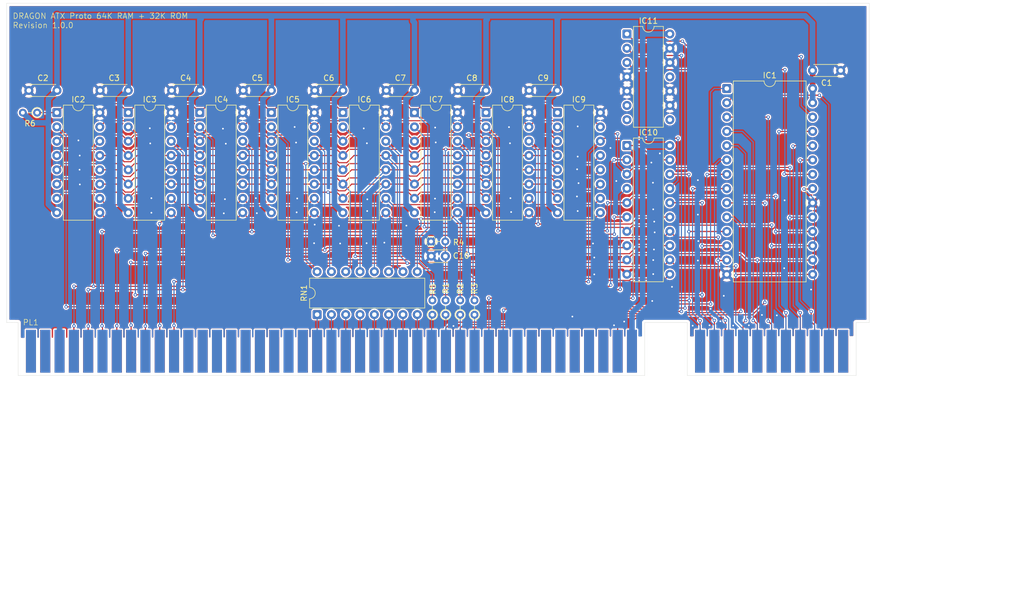
<source format=kicad_pcb>
(kicad_pcb (version 20241229) (generator "pcbnew") (generator_version "9.0")
  (title_block (title "Dragon ATX Proto RAM & ROM Card") (date "2025-03-01") (rev "1.0.0"))
  (layers (0 "F.Cu" signal) (2 "B.Cu" signal) (13 "F.Paste" user) (15 "B.Paste" user) (5 "F.SilkS" user "F.Silkscreen") (7 "B.SilkS" user "B.Silkscreen") (1 "F.Mask" user) (3 "B.Mask" user) (25 "Edge.Cuts" user))
  (net 0 "")
  (net 1 "+5V")
  (net 2 "GND")
  (net 3 "/RAS")
  (net 4 "/D4")
  (net 5 "/R0")
  (net 6 "/D3")
  (net 7 "Net-(IC1-~{OE})")
  (net 8 "/A5")
  (net 9 "/D2")
  (net 10 "/A11")
  (net 11 "/A8")
  (net 12 "/A6")
  (net 13 "/D1")
  (net 14 "/ROM_SEL")
  (net 15 "/A7")
  (net 16 "/A3")
  (net 17 "/D6")
  (net 18 "/A2")
  (net 19 "/D0")
  (net 20 "/D7")
  (net 21 "/A12")
  (net 22 "/A1")
  (net 23 "/A4")
  (net 24 "/A10")
  (net 25 "/A0")
  (net 26 "/D5")
  (net 27 "/A9")
  (net 28 "/Z6")
  (net 29 "/CAS")
  (net 30 "/Z5")
  (net 31 "/WE")
  (net 32 "/Z7")
  (net 33 "/Z0")
  (net 34 "/Z4")
  (net 35 "/DO0")
  (net 36 "/Z3")
  (net 37 "/Z1")
  (net 38 "/Z2")
  (net 39 "/DO1")
  (net 40 "/DO2")
  (net 41 "/DO3")
  (net 42 "/DO4")
  (net 43 "/DO5")
  (net 44 "/DO6")
  (net 45 "/DO7")
  (net 46 "/D.OUT")
  (net 47 "/BA")
  (net 50 "Net-(PL1A-Pin_b25)")
  (net 51 "/R2")
  (net 52 "/P2")
  (net 56 "/A15")
  (net 57 "/DA0")
  (net 58 "/S2")
  (net 59 "-12V")
  (net 60 "Net-(PL1A-Pin_b24)")
  (net 61 "/AVMA")
  (net 63 "Net-(PL1A-Pin_b32)")
  (net 64 "+3.3V")
  (net 65 "Net-(PL1A-Pin_b30)")
  (net 66 "/BUSY")
  (net 68 "/NMI")
  (net 69 "/A13")
  (net 70 "/IRQ")
  (net 72 "/RST")
  (net 73 "-5V")
  (net 74 "Net-(PL1A-Pin_b31)")
  (net 75 "/TSC")
  (net 76 "/EXTMEN")
  (net 78 "Net-(PL1A-Pin_b21)")
  (net 79 "Net-(PL1A-Pin_b26)")
  (net 82 "/S1")
  (net 83 "/Q")
  (net 85 "/~{FS}")
  (net 89 "/HALT")
  (net 92 "Net-(PL1A-Pin_b28)")
  (net 93 "Net-(PL1A-Pin_b27)")
  (net 94 "/Z8")
  (net 95 "/P1")
  (net 96 "/HS")
  (net 99 "/R1")
  (net 100 "+12V")
  (net 101 "Net-(PL1A-Pin_b22)")
  (net 102 "/P0")
  (net 106 "/FIRQ")
  (net 108 "/VCLK")
  (net 110 "/R{slash}W")
  (net 112 "/E")
  (net 113 "/BS")
  (net 116 "/A14")
  (net 118 "/S0")
  (net 119 "Net-(PL1A-Pin_b23)")
  (net 125 "Net-(PL1A-Pin_b29)")
  (footprint "Capacitor_THT:C_Disc_D4.3mm_W1.9mm_P5.00mm" (layer "F.Cu") (at 113.129671 66.1088)
    (property "Reference" "C5")
    (property "Value" "0.1uF")
  )
  (footprint "Package_DIP:DIP-16_W7.62mm" (layer "F.Cu") (at 105.429671 70.0458)
    (property "Reference" "IC4")
    (property "Value" "MK4164N")
  )
  (footprint "Package_DIP:DIP-14_W7.62mm" (layer "F.Cu") (at 181.246671 56.069)
    (property "Reference" "IC11")
    (property "Value" "74LS08")
  )
  (footprint "Resistor_THT:R_Axial_DIN0204_L3.6mm_D1.6mm_P2.54mm_Vertical" (layer "F.Cu") (at 154.188871 105.9456 90)
    (property "Reference" "R3")
    (property "Value" "220R")
  )
  (footprint "Capacitor_THT:C_Disc_D4.3mm_W1.9mm_P5.00mm" (layer "F.Cu") (at 163.878871 66.1088)
    (property "Reference" "C9")
    (property "Value" "0.1uF")
  )
  (footprint "Package_DIP:DIP-28_W15.24mm" (layer "F.Cu") (at 198.969071 65.762)
    (property "Reference" "IC1")
    (property "Value" "28C256")
  )
  (footprint "Package_DIP:DIP-16_W7.62mm" (layer "F.Cu") (at 130.829671 70.0458)
    (property "Reference" "IC6")
    (property "Value" "MK4164N")
  )
  (footprint "Package_DIP:DIP-16_W7.62mm" (layer "F.Cu") (at 80.055071 70.0458)
    (property "Reference" "IC2")
    (property "Value" "MK4164N")
  )
  (footprint "Resistor_THT:R_Axial_DIN0204_L3.6mm_D1.6mm_P2.54mm_Vertical" (layer "F.Cu") (at 149.058071 105.9448 90)
    (property "Reference" "R1")
    (property "Value" "220R")
  )
  (footprint "Package_DIP:DIP-16_W7.62mm" (layer "F.Cu") (at 126.248871 105.9194 90)
    (property "Reference" "RN1")
    (property "Value" "220R")
  )
  (footprint "Capacitor_THT:C_Disc_D4.3mm_W1.9mm_P5.00mm" (layer "F.Cu") (at 138.529671 66.1088)
    (property "Reference" "C7")
    (property "Value" "0.1uF")
  )
  (footprint "Package_DIP:DIP-16_W7.62mm" (layer "F.Cu") (at 143.529671 70.0458)
    (property "Reference" "IC7")
    (property "Value" "MK4164N")
  )
  (footprint "Resistor_THT:R_Axial_DIN0204_L3.6mm_D1.6mm_P2.54mm_Vertical" (layer "F.Cu") (at 146.466471 92.94)
    (property "Reference" "R4")
    (property "Value" "1K5")
  )
  (footprint "Package_DIP:DIP-20_W7.62mm" (layer "F.Cu") (at 181.239871 75.8966)
    (property "Reference" "IC10")
    (property "Value" "74LS244")
  )
  (footprint "Capacitor_THT:C_Disc_D4.3mm_W1.9mm_P5.00mm" (layer "F.Cu") (at 75.080471 66.1088)
    (property "Reference" "C2")
    (property "Value" "0.1uF")
  )
  (footprint "Capacitor_THT:C_Disc_D4.3mm_W1.9mm_P5.00mm" (layer "F.Cu") (at 87.729671 66.1088)
    (property "Reference" "C3")
    (property "Value" "0.1uF")
  )
  (footprint "Package_DIP:DIP-16_W7.62mm" (layer "F.Cu") (at 168.904271 70.0458)
    (property "Reference" "IC9")
    (property "Value" "MK4164N")
  )
  (footprint "Resistor_THT:R_Axial_DIN0204_L3.6mm_D1.6mm_P2.54mm_Vertical" (layer "F.Cu") (at 146.7104 105.9442 90)
    (property "Reference" "R5")
    (property "Value" "220R")
  )
  (footprint "Package_DIP:DIP-16_W7.62mm" (layer "F.Cu") (at 156.229671 70.0458)
    (property "Reference" "IC8")
    (property "Value" "MK4164N")
  )
  (footprint "Capacitor_THT:C_Disc_D4.3mm_W1.9mm_P5.00mm" (layer "F.Cu") (at 125.829671 66.1088)
    (property "Reference" "C6")
    (property "Value" "0.1uF")
  )
  (footprint "Library:Card_Edge" (layer "F.Cu") (at 149.243671 115.227)
    (property "Reference" "PL1")
    (property "Value" "~")
    (fp_line (start -76.073 -7.874) (end -76.073 1.524) (stroke (width 0.05)) (layer "Edge.Cuts"))
    (fp_line (start -76.073 1.524) (end 35.179 1.524) (stroke (width 0.05)) (layer "Edge.Cuts"))
    (fp_line (start 35.179 -7.874) (end 42.707 -7.874) (stroke (width 0.05)) (layer "Edge.Cuts"))
    (fp_line (start 35.179 1.524) (end 35.179 -7.874) (stroke (width 0.05)) (layer "Edge.Cuts"))
    (fp_line (start 42.707 -7.874) (end 42.707 1.524) (stroke (width 0.05)) (layer "Edge.Cuts"))
    (fp_line (start 42.707 1.524) (end 72.679 1.524) (stroke (width 0.05)) (layer "Edge.Cuts"))
    (fp_line (start 72.679 1.524) (end 72.679 -7.874) (stroke (width 0.05)) (layer "Edge.Cuts"))
  )
  (footprint "Capacitor_THT:C_Disc_D4.3mm_W1.9mm_P5.00mm" (layer "F.Cu") (at 100.429671 66.1088)
    (property "Reference" "C4")
    (property "Value" "0.1uF")
  )
  (footprint "Package_DIP:DIP-16_W7.62mm" (layer "F.Cu") (at 118.129671 70.0458)
    (property "Reference" "IC5")
    (property "Value" "MK4164N")
  )
  (footprint "Capacitor_THT:C_Disc_D3.0mm_W2.0mm_P2.50mm" (layer "F.Cu") (at 149.012671 95.5562 180)
    (property "Reference" "C10")
    (property "Value" "33pF")
  )
  (footprint "Resistor_THT:R_Axial_DIN0204_L3.6mm_D1.6mm_P2.54mm_Vertical" (layer "F.Cu") (at 76.5564 70.0532 180)
    (property "Reference" "R6")
    (property "Value" "4K7")
  )
  (footprint "Package_DIP:DIP-16_W7.62mm" (layer "F.Cu") (at 92.729671 70.0458)
    (property "Reference" "IC3")
    (property "Value" "MK4164N")
  )
  (footprint "Capacitor_THT:C_Disc_D4.3mm_W1.9mm_P5.00mm" (layer "F.Cu") (at 219.187471 62.5616 180)
    (property "Reference" "C1")
    (property "Value" "0.1uF")
  )
  (footprint "Capacitor_THT:C_Disc_D4.3mm_W1.9mm_P5.00mm" (layer "F.Cu") (at 151.229671 66.1088)
    (property "Reference" "C8")
    (property "Value" "0.1uF")
  )
  (footprint "Resistor_THT:R_Axial_DIN0204_L3.6mm_D1.6mm_P2.54mm_Vertical" (layer "F.Cu") (at 151.648871 105.9448 90)
    (property "Reference" "R2")
    (property "Value" "220R")
  )
  (gr_line (start 73.170671 107.353) (end 71.130871 107.3402) (stroke (width 0.05)) (layer "Edge.Cuts"))
  (gr_line (start 224.248906 107.3524) (end 224.248906 50.6103) (stroke (width 0.05)) (layer "Edge.Cuts"))
  (gr_line (start 221.9198 107.353) (end 224.2488 107.353) (stroke (width 0.05)) (layer "Edge.Cuts"))
  (gr_line (start 71.130871 50.6363) (end 71.130871 107.3402) (stroke (width 0.05)) (layer "Edge.Cuts"))
  (gr_line (start 224.248906 50.6103) (end 71.130871 50.6363) (stroke (width 0.05)) (layer "Edge.Cuts"))
  (gr_text "DRAGON ATX Proto 64K RAM + 32K ROM" (at 72.172271 53.4684 0) (layer "F.SilkS") (effects (font (size 1 1) (thickness 0.1)) (justify left bottom)))
  (gr_text "Revision 1.0.0" (at 72.172271 55.1194 0) (layer "F.SilkS") (effects (font (size 1 1) (thickness 0.1)) (justify left bottom)))
  (segment (start 214.209071 62.5832) (end 214.187471 62.5616) (width 0.2) (layer "F.Cu") (net 1))
  (segment (start 214.209071 65.762) (end 214.209071 62.5832) (width 1) (layer "F.Cu") (net 1))
  (segment (start 156.229671 53.6882) (end 156.229671 66.1088) (width 1) (layer "B.Cu") (net 1))
  (segment (start 80.249471 52.8588) (end 80.080471 52.6898) (width 1) (layer "B.Cu") (net 1))
  (segment (start 103.928671 86.3248) (end 105.429671 87.8258) (width 1) (layer "B.Cu") (net 1))
  (segment (start 80.080471 52.6898) (end 80.080471 66.1088) (width 1) (layer "B.Cu") (net 1))
  (segment (start 142.028671 67.6098) (end 142.028671 86.3248) (width 1) (layer "B.Cu") (net 1))
  (segment (start 143.266871 52.8588) (end 143.266871 53.7986) (width 1) (layer "B.Cu") (net 1))
  (segment (start 184.379671 56.069) (end 188.866671 56.069) (width 1) (layer "B.Cu") (net 1))
  (segment (start 78.554071 71.8566) (end 75.8198 71.8566) (width 1) (layer "B.Cu") (net 1))
  (segment (start 212.888271 52.8588) (end 214.187471 54.158) (width 1) (layer "B.Cu") (net 1))
  (segment (start 92.729671 66.1088) (end 91.228671 67.6098) (width 1) (layer "B.Cu") (net 1))
  (segment (start 116.628671 67.6098) (end 116.628671 86.3248) (width 1) (layer "B.Cu") (net 1))
  (segment (start 167.403271 86.3248) (end 168.904271 87.8258) (width 1) (layer "B.Cu") (net 1))
  (segment (start 105.429671 66.1088) (end 103.928671 67.6098) (width 1) (layer "B.Cu") (net 1))
  (segment (start 184.033871 103.7604) (end 184.033871 75.9982) (width 1) (layer "B.Cu") (net 1))
  (segment (start 103.928671 67.6098) (end 103.928671 86.3248) (width 1) (layer "B.Cu") (net 1))
  (segment (start 129.322271 84.1516) (end 129.328671 84.158) (width 1) (layer "B.Cu") (net 1))
  (segment (start 129.328671 67.6098) (end 129.328671 83.613772) (width 1) (layer "B.Cu") (net 1))
  (segment (start 168.997071 52.8588) (end 156.424071 52.8588) (width 1) (layer "B.Cu") (net 1))
  (segment (start 214.209071 65.762) (end 214.209071 68.302) (width 1) (layer "B.Cu") (net 1))
  (segment (start 168.878871 66.1088) (end 167.403271 67.5844) (width 1) (layer "B.Cu") (net 1))
  (segment (start 184.135471 75.8966) (end 188.859871 75.8966) (width 1) (layer "B.Cu") (net 1))
  (segment (start 156.424071 52.8588) (end 156.424071 53.4938) (width 1) (layer "B.Cu") (net 1))
  (segment (start 154.728671 86.3248) (end 156.229671 87.8258) (width 1) (layer "B.Cu") (net 1))
  (segment (start 78.554071 67.6352) (end 78.554071 71.8566) (width 1) (layer "B.Cu") (net 1))
  (segment (start 184.033871 52.8588) (end 168.997071 52.8588) (width 1) (layer "B.Cu") (net 1))
  (segment (start 156.229671 66.1088) (end 154.728671 67.6098) (width 1) (layer "B.Cu") (net 1))
  (segment (start 78.554071 86.3248) (end 80.055071 87.8258) (width 1) (layer "B.Cu") (net 1))
  (segment (start 214.187471 54.158) (end 214.187471 62.5616) (width 1) (layer "B.Cu") (net 1))
  (segment (start 130.829671 54.0106) (end 130.829671 66.1088) (width 1) (layer "B.Cu") (net 1))
  (segment (start 92.729671 53.0454) (end 92.729671 66.1088) (width 1) (layer "B.Cu") (net 1))
  (segment (start 118.129671 66.1088) (end 116.628671 67.6098) (width 1) (layer "B.Cu") (net 1))
  (segment (start 130.829671 66.1088) (end 129.328671 67.6098) (width 1) (layer "B.Cu") (net 1))
  (segment (start 182.136671 105.6576) (end 184.033871 103.7604) (width 1) (layer "B.Cu") (net 1))
  (segment (start 156.424071 52.8588) (end 143.266871 52.8588) (width 1) (layer "B.Cu") (net 1))
  (segment (start 143.266871 53.7986) (end 143.529671 54.0614) (width 1) (layer "B.Cu") (net 1))
  (segment (start 117.993871 52.8588) (end 105.624071 52.8588) (width 1) (layer "B.Cu") (net 1))
  (segment (start 75.8198 71.8566) (end 74.0164 70.0532) (width 1) (layer "B.Cu") (net 1))
  (segment (start 116.628671 86.3248) (end 118.129671 87.8258) (width 1) (layer "B.Cu") (net 1))
  (segment (start 168.997071 52.8588) (end 168.997071 53.2398) (width 1) (layer "B.Cu") (net 1))
  (segment (start 168.878871 53.358) (end 168.878871 66.1088) (width 1) (layer "B.Cu") (net 1))
  (segment (start 182.136671 112.433) (end 182.136671 105.6576) (width 1) (layer "B.Cu") (net 1))
  (segment (start 105.624071 53.4176) (end 105.429671 53.612) (width 1) (layer "B.Cu") (net 1))
  (segment (start 143.529671 54.0614) (end 143.529671 66.1088) (width 1) (layer "B.Cu") (net 1))
  (segment (start 184.033871 75.9982) (end 184.135471 75.8966) (width 1) (layer "B.Cu") (net 1))
  (segment (start 142.028671 86.3248) (end 143.529671 87.8258) (width 1) (layer "B.Cu") (net 1))
  (segment (start 92.543071 52.8588) (end 80.249471 52.8588) (width 1) (layer "B.Cu") (net 1))
  (segment (start 105.624071 52.8588) (end 92.543071 52.8588) (width 1) (layer "B.Cu") (net 1))
  (segment (start 78.554071 71.8566) (end 78.554071 86.3248) (width 1) (layer "B.Cu") (net 1))
  (segment (start 92.543071 52.8588) (end 92.729671 53.0454) (width 1) (layer "B.Cu") (net 1))
  (segment (start 118.129671 52.9946) (end 118.129671 66.1088) (width 1) (layer "B.Cu") (net 1))
  (segment (start 105.429671 53.612) (end 105.429671 66.1088) (width 1) (layer "B.Cu") (net 1))
  (segment (start 130.820871 52.8588) (end 117.993871 52.8588) (width 1) (layer "B.Cu") (net 1))
  (segment (start 184.033871 56.4148) (end 184.033871 52.8588) (width 1) (layer "B.Cu") (net 1))
  (segment (start 154.728671 67.6098) (end 154.728671 86.3248) (width 1) (layer "B.Cu") (net 1))
  (segment (start 105.624071 52.8588) (end 105.624071 53.4176) (width 1) (layer "B.Cu") (net 1))
  (segment (start 143.266871 52.8588) (end 130.820871 52.8588) (width 1) (layer "B.Cu") (net 1))
  (segment (start 117.993871 52.8588) (end 118.129671 52.9946) (width 1) (layer "B.Cu") (net 1))
  (segment (start 129.322271 83.620172) (end 129.322271 84.1516) (width 1) (layer "B.Cu") (net 1))
  (segment (start 143.529671 66.1088) (end 142.028671 67.6098) (width 1) (layer "B.Cu") (net 1))
  (segment (start 184.033871 75.9982) (end 184.033871 56.4148) (width 1) (layer "B.Cu") (net 1))
  (segment (start 80.080471 66.1088) (end 78.554071 67.6352) (width 1) (layer "B.Cu") (net 1))
  (segment (start 129.328671 83.613772) (end 129.322271 83.620172) (width 1) (layer "B.Cu") (net 1))
  (segment (start 91.228671 67.6098) (end 91.228671 86.3248) (width 1) (layer "B.Cu") (net 1))
  (segment (start 129.328671 86.3248) (end 130.829671 87.8258) (width 1) (layer "B.Cu") (net 1))
  (segment (start 184.033871 52.8588) (end 212.888271 52.8588) (width 1) (layer "B.Cu") (net 1))
  (segment (start 130.820871 54.0018) (end 130.829671 54.0106) (width 1) (layer "B.Cu") (net 1))
  (segment (start 167.403271 67.5844) (end 167.403271 86.3248) (width 1) (layer "B.Cu") (net 1))
  (segment (start 156.424071 53.4938) (end 156.229671 53.6882) (width 1) (layer "B.Cu") (net 1))
  (segment (start 129.328671 84.158) (end 129.328671 86.3248) (width 1) (layer "B.Cu") (net 1))
  (segment (start 130.820871 52.8588) (end 130.820871 54.0018) (width 1) (layer "B.Cu") (net 1))
  (segment (start 184.033871 56.4148) (end 184.379671 56.069) (width 1) (layer "B.Cu") (net 1))
  (segment (start 91.228671 86.3248) (end 92.729671 87.8258) (width 1) (layer "B.Cu") (net 1))
  (segment (start 168.997071 53.2398) (end 168.878871 53.358) (width 1) (layer "B.Cu") (net 1))
  (via (at 185.913471 87.225) (size 0.6) (drill 0.3) (layers "F.Cu" "B.Cu") (net 2))
  (via (at 172.654671 82.5768) (size 0.6) (drill 0.3) (layers "F.Cu" "B.Cu") (net 2))
  (via (at 110.043671 75.5664) (size 0.6) (drill 0.3) (layers "F.Cu" "B.Cu") (net 2))
  (via (at 193.838271 96.3182) (size 0.6) (drill 0.3) (layers "F.Cu" "B.Cu") (net 2))
  (via (at 83.881671 74.9822) (size 0.6) (drill 0.3) (layers "F.Cu" "B.Cu") (net 2))
  (via (at 192.913 107.8992) (size 0.6) (drill 0.3) (layers "F.Cu" "B.Cu") (net 2))
  (via (at 138.186871 93.1432) (size 0.6) (drill 0.3) (layers "F.Cu" "B.Cu") (net 2))
  (via (at 109.688071 87.9362) (size 0.6) (drill 0.3) (layers "F.Cu" "B.Cu") (net 2))
  (via (at 175.448671 95.7848) (size 0.6) (drill 0.3) (layers "F.Cu" "B.Cu") (net 2))
  (via (at 185.735671 103.5064) (size 0.6) (drill 0.3) (layers "F.Cu" "B.Cu") (net 2))
  (via (at 172.502271 87.5298) (size 0.6) (drill 0.3) (layers "F.Cu" "B.Cu") (net 2))
  (via (at 172.400671 80.113) (size 0.6) (drill 0.3) (layers "F.Cu" "B.Cu") (net 2))
  (via (at 96.835671 85.2438) (size 0.6) (drill 0.3) (layers "F.Cu" "B.Cu") (net 2))
  (via (at 135.037271 93.2448) (size 0.6) (drill 0.3) (layers "F.Cu" "B.Cu") (net 2))
  (via (at 147.178471 85.32) (size 0.6) (drill 0.3) (layers "F.Cu" "B.Cu") (net 2))
  (via (at 187.081871 77.2936) (size 0.6) (drill 0.3) (layers "F.Cu" "B.Cu") (net 2))
  (via (at 147.127671 87.733) (size 0.6) (drill 0.3) (layers "F.Cu" "B.Cu") (net 2))
  (via (at 198.435671 102.592) (size 0.6) (drill 0.3) (layers "F.Cu" "B.Cu") (net 2))
  (via (at 147.203871 72.6962) (size 0.6) (drill 0.3) (layers "F.Cu" "B.Cu") (net 2))
  (via (at 186.040471 94.3624) (size 0.6) (drill 0.3) (layers "F.Cu" "B.Cu") (net 2))
  (via (at 134.529271 72.8486) (size 0.6) (drill 0.3) (layers "F.Cu" "B.Cu") (net 2))
  (via (at 175.448671 98.782) (size 0.6) (drill 0.3) (layers "F.Cu" "B.Cu") (net 2))
  (via (at 150.455071 107.9514) (size 0.6) (drill 0.3) (layers "F.Cu" "B.Cu") (net 2))
  (via (at 84.135671 82.8054) (size 0.6) (drill 0.3) (layers "F.Cu" "B.Cu") (net 2))
  (via (at 84.110271 77.6746) (size 0.6) (drill 0.3) (layers "F.Cu" "B.Cu") (net 2))
  (via (at 178.953871 107.8244) (size 0.6) (drill 0.3) (layers "F.Cu" "B.Cu") (net 2))
  (via (at 196.088 104.902) (size 0.6) (drill 0.3) (layers "F.Cu" "B.Cu") (net 2))
  (via (at 178.318871 76.3284) (size 0.6) (drill 0.3) (layers "F.Cu" "B.Cu") (net 2))
  (via (at 115.555471 87.9108) (size 0.6) (drill 0.3) (layers "F.Cu" "B.Cu") (net 2))
  (via (at 160.488071 75.4902) (size 0.6) (drill 0.3) (layers "F.Cu" "B.Cu") (net 2))
  (via (at 185.913471 96.242) (size 0.6) (drill 0.3) (layers "F.Cu" "B.Cu") (net 2))
  (via (at 171.562471 106.275) (size 0.6) (drill 0.3) (layers "F.Cu" "B.Cu") (net 2))
  (via (at 122.515071 75.3632) (size 0.6) (drill 0.3) (layers "F.Cu" "B.Cu") (net 2))
  (via (at 160.691271 87.7076) (size 0.6) (drill 0.3) (layers "F.Cu" "B.Cu") (net 2))
  (via (at 185.913471 98.7312) (size 0.6) (drill 0.3) (layers "F.Cu" "B.Cu") (net 2))
  (via (at 142.098471 90.1206) (size 0.6) (drill 0.3) (layers "F.Cu" "B.Cu") (net 2))
  (via (at 125.715471 93.2448) (size 0.6) (drill 0.3) (layers "F.Cu" "B.Cu") (net 2))
  (via (at 84.084871 80.1892) (size 0.6) (drill 0.3) (layers "F.Cu" "B.Cu") (net 2))
  (via (at 160.564271 85.2438) (size 0.6) (drill 0.3) (layers "F.Cu" "B.Cu") (net 2))
  (via (at 175.220071 93.2956) (size 0.6) (drill 0.3) (layers "F.Cu" "B.Cu") (net 2))
  (via (at 115.377671 85.2438) (size 0.6) (drill 0.3) (layers "F.Cu" "B.Cu") (net 2))
  (via (at 172.502271 72.493) (size 0.6) (drill 0.3) (layers "F.Cu" "B.Cu") (net 2))
  (via (at 186.091271 89.4094) (size 0.6) (drill 0.3) (layers "F.Cu" "B.Cu") (net 2))
  (via (at 185.862671 82.5006) (size 0.6) (drill 0.3) (layers "F.Cu" "B.Cu") (net 2))
  (via (at 185.583271 78.9192) (size 0.6) (drill 0.3) (layers "F.Cu" "B.Cu") (net 2))
  (via (at 172.375271 84.939) (size 0.6) (drill 0.3) (layers "F.Cu" "B.Cu") (net 2))
  (via (at 109.891271 85.4216) (size 0.6) (drill 0.3) (layers "F.Cu" "B.Cu") (net 2))
  (via (at 186.167471 91.3144) (size 0.6) (drill 0.3) (layers "F.Cu" "B.Cu") (net 2))
  (via (at 172.502271 77.8524) (size 0.6) (drill 0.3) (layers "F.Cu" "B.Cu") (net 2))
  (via (at 197.8152 107.1118) (size 0.6) (drill 0.3) (layers "F.Cu" "B.Cu") (net 2))
  (via (at 96.556271 72.8232) (size 0.6) (drill 0.3) (layers "F.Cu" "B.Cu") (net 2))
  (via (at 160.310271 72.62) (size 0.6) (drill 0.3) (layers "F.Cu" "B.Cu") (net 2))
  (via (at 189.240871 100.9918) (size 0.6) (drill 0.3) (layers "F.Cu" "B.Cu") (net 2))
  (via (at 193.914471 92.8638) (size 0.6) (drill 0.3) (layers "F.Cu" "B.Cu") (net 2))
  (via (at 180.757271 107.164) (size 0.6) (drill 0.3) (layers "F.Cu" "B.Cu") (net 2))
  (via (at 209.154471 97.6898) (size 0.6) (drill 0.3) (layers "F.Cu" "B.Cu") (net 2))
  (via (at 200.1012 107.8738) (size 0.6) (drill 0.3) (layers "F.Cu" "B.Cu") (net 2))
  (via (at 209.230671 85.6248) (size 0.6) (drill 0.3) (layers "F.Cu" "B.Cu") (net 2))
  (via (at 147.305471 75.3378) (size 0.6) (drill 0.3) (layers "F.Cu" "B.Cu") (net 2))
  (via (at 109.535671 72.8994) (size 0.6) (drill 0.3) (layers "F.Cu" "B.Cu") (net 2))
  (via (at 135.164271 85.447) (size 0.6) (drill 0.3) (layers "F.Cu" "B.Cu") (net 2))
  (via (at 205.2066 105.9942) (size 0.6) (drill 0.3) (layers "F.Cu" "B.Cu") (net 2))
  (via (at 135.138871 87.5298) (size 0.6) (drill 0.3) (layers "F.Cu" "B.Cu") (net 2))
  (via (at 130.135071 90.146) (size 0.6) (drill 0.3) (layers "F.Cu" "B.Cu") (net 2))
  (via (at 96.632471 75.5156) (size 0.6) (drill 0.3) (layers "F.Cu" "B.Cu") (net 2))
  (via (at 179.360271 82.1958) (size 0.6) (drill 0.3) (layers "F.Cu" "B.Cu") (net 2))
  (via (at 202.8952 107.823) (size 0.6) (drill 0.3) (layers "F.Cu" "B.Cu") (net 2))
  (via (at 193.838271 88.1648) (size 0.6) (drill 0.3) (layers "F.Cu" "B.Cu") (net 2))
  (via (at 130.338271 93.2956) (size 0.6) (drill 0.3) (layers "F.Cu" "B.Cu") (net 2))
  (via (at 213.929671 101.4744) (size 0.6) (drill 0.3) (layers "F.Cu" "B.Cu") (net 2))
  (via (at 193.838271 82.0434) (size 0.6) (drill 0.3) (layers "F.Cu" "B.Cu") (net 2))
  (via (at 96.835671 87.8346) (size 0.6) (drill 0.3) (layers "F.Cu" "B.Cu") (net 2))
  (via (at 207.8482 106.0704) (size 0.6) (drill 0.3) (layers "F.Cu" "B.Cu") (net 2))
  (via (at 125.817071 89.9428) (size 0.6) (drill 0.3) (layers "F.Cu" "B.Cu") (net 2))
  (via (at 122.616671 87.7584) (size 0.6) (drill 0.3) (layers "F.Cu" "B.Cu") (net 2))
  (via (at 122.718271 85.2946) (size 0.6) (drill 0.3) (layers "F.Cu" "B.Cu") (net 2))
  (via (at 135.088071 75.4902) (size 0.6) (drill 0.3) (layers "F.Cu" "B.Cu") (net 2))
  (via (at 195.905035 107.828165) (size 0.6) (drill 0.3) (layers "F.Cu" "B.Cu") (net 2))
  (via (at 122.261071 72.5946) (size 0.6) (drill 0.3) (layers "F.Cu" "B.Cu") (net 2))
  (segment (start 80.536671 107.6798) (end 80.528871 107.672) (width 0.2) (layer "B.Cu") (net 2))
  (segment (start 80.536671 112.433) (end 80.536671 107.6798) (width 1) (layer "B.Cu") (net 2))
  (segment (start 143.529671 77.6658) (end 144.630671 76.5648) (width 0.2) (layer "F.Cu") (net 3))
  (segment (start 81.156071 76.5648) (end 91.628671 76.5648) (width 0.2) (layer "F.Cu") (net 3))
  (segment (start 93.830671 76.5648) (end 104.328671 76.5648) (width 0.2) (layer "F.Cu") (net 3))
  (segment (start 119.230671 76.5648) (end 129.728671 76.5648) (width 0.2) (layer "F.Cu") (net 3))
  (segment (start 142.428671 76.5648) (end 143.529671 77.6658) (width 0.2) (layer "F.Cu") (net 3))
  (segment (start 149.083471 76.5648) (end 155.128671 76.5648) (width 0.2) (layer "F.Cu") (net 3))
  (segment (start 106.530671 76.5648) (end 117.028671 76.5648) (width 0.2) (layer "F.Cu") (net 3))
  (segment (start 157.330671 76.5648) (end 167.803271 76.5648) (width 0.2) (layer "F.Cu") (net 3))
  (segment (start 91.628671 76.5648) (end 92.729671 77.6658) (width 0.2) (layer "F.Cu") (net 3))
  (segment (start 92.729671 77.6658) (end 93.830671 76.5648) (width 0.2) (layer "F.Cu") (net 3))
  (segment (start 167.803271 76.5648) (end 168.904271 77.6658) (width 0.2) (layer "F.Cu") (net 3))
  (segment (start 129.728671 76.5648) (end 130.829671 77.6658) (width 0.2) (layer "F.Cu") (net 3))
  (segment (start 130.829671 77.6658) (end 131.930671 76.5648) (width 0.2) (layer "F.Cu") (net 3))
  (segment (start 105.429671 77.6658) (end 106.530671 76.5648) (width 0.2) (layer "F.Cu") (net 3))
  (segment (start 131.930671 76.5648) (end 142.428671 76.5648) (width 0.2) (layer "F.Cu") (net 3))
  (segment (start 156.229671 77.6658) (end 157.330671 76.5648) (width 0.2) (layer "F.Cu") (net 3))
  (segment (start 118.129671 77.6658) (end 119.230671 76.5648) (width 0.2) (layer "F.Cu") (net 3))
  (segment (start 104.328671 76.5648) (end 105.429671 77.6658) (width 0.2) (layer "F.Cu") (net 3))
  (segment (start 155.128671 76.5648) (end 156.229671 77.6658) (width 0.2) (layer "F.Cu") (net 3))
  (segment (start 144.630671 76.5648) (end 149.083471 76.5648) (width 0.2) (layer "F.Cu") (net 3))
  (segment (start 117.028671 76.5648) (end 118.129671 77.6658) (width 0.2) (layer "F.Cu") (net 3))
  (segment (start 80.055071 77.6658) (end 81.156071 76.5648) (width 0.2) (layer "F.Cu") (net 3))
  (via (at 149.083471 76.5648) (size 0.6) (drill 0.3) (layers "F.Cu" "B.Cu") (net 3))
  (segment (start 149.058071 103.4048) (end 149.058071 95.6016) (width 0.2) (layer "B.Cu") (net 3))
  (segment (start 149.012671 95.5562) (end 149.012671 93.0478) (width 0.2) (layer "B.Cu") (net 3))
  (segment (start 149.006471 93.0416) (end 149.006471 76.6418) (width 0.2) (layer "B.Cu") (net 3))
  (segment (start 149.058071 95.6016) (end 149.012671 95.5562) (width 0.2) (layer "B.Cu") (net 3))
  (segment (start 149.012671 93.0478) (end 149.006471 93.0416) (width 0.2) (layer "B.Cu") (net 3))
  (segment (start 149.006471 76.6418) (end 149.083471 76.5648) (width 0.2) (layer "B.Cu") (net 3))
  (segment (start 133.030671 95.5816) (end 144.613071 95.5816) (width 0.2) (layer "F.Cu") (net 4))
  (segment (start 182.340871 95.1156) (end 181.239871 96.2166) (width 0.2) (layer "F.Cu") (net 4))
  (segment (start 204.3938 96.242) (end 214.209071 96.242) (width 0.2) (layer "F.Cu") (net 4))
  (segment (start 180.799271 96.6572) (end 181.239871 96.2166) (width 0.2) (layer "F.Cu") (net 4))
  (segment (start 145.688671 96.6572) (end 180.799271 96.6572) (width 0.2) (layer "F.Cu") (net 4))
  (segment (start 144.613071 95.5816) (end 145.688671 96.6572) (width 0.2) (layer "F.Cu") (net 4))
  (segment (start 204.3938 96.242) (end 202.550471 96.242) (width 0.2) (layer "F.Cu") (net 4))
  (segment (start 201.424071 95.1156) (end 182.340871 95.1156) (width 0.2) (layer "F.Cu") (net 4))
  (segment (start 202.550471 96.242) (end 201.424071 95.1156) (width 0.2) (layer "F.Cu") (net 4))
  (via (at 204.3938 96.242) (size 0.6) (drill 0.3) (layers "F.Cu" "B.Cu") (net 4))
  (via (at 133.030671 95.5816) (size 0.6) (drill 0.3) (layers "F.Cu" "B.Cu") (net 4))
  (segment (start 133.030671 95.5816) (end 133.030671 74.7868) (width 0.2) (layer "B.Cu") (net 4))
  (segment (start 204.387071 96.248729) (end 204.387071 112.433) (width 0.2) (layer "B.Cu") (net 4))
  (segment (start 204.3938 96.242) (end 204.387071 96.248729) (width 0.2) (layer "B.Cu") (net 4))
  (segment (start 133.030671 74.7868) (end 130.829671 72.5858) (width 0.2) (layer "B.Cu") (net 4))
  (segment (start 150.144871 107.271) (end 149.108871 108.307) (width 0.2) (layer "F.Cu") (net 5))
  (segment (start 179.893671 105.3606) (end 177.983271 107.271) (width 0.2) (layer "F.Cu") (net 5))
  (segment (start 181.246671 56.069) (end 182.532271 57.3546) (width 0.2) (layer "F.Cu") (net 5))
  (segment (start 187.828071 104.7668) (end 187.234271 105.3606) (width 0.2) (layer "F.Cu") (net 5))
  (segment (start 191.552271 104.7668) (end 187.828071 104.7668) (width 0.2) (layer "F.Cu") (net 5))
  (segment (start 149.108871 108.307) (end 149.116671 108.3148) (width 0.2) (layer "F.Cu") (net 5))
  (segment (start 193.788471 60.048) (end 212.127271 60.048) (width 0.2) (layer "F.Cu") (net 5))
  (segment (start 182.532271 57.3546) (end 191.095071 57.3546) (width 0.2) (layer "F.Cu") (net 5))
  (segment (start 177.983271 107.271) (end 150.144871 107.271) (width 0.2) (layer "F.Cu") (net 5))
  (segment (start 149.116671 108.3148) (end 149.116671 112.433) (width 0.2) (layer "F.Cu") (net 5))
  (segment (start 191.095071 57.3546) (end 193.788471 60.048) (width 0.2) (layer "F.Cu") (net 5))
  (segment (start 187.234271 105.3606) (end 179.893671 105.3606) (width 0.2) (layer "F.Cu") (net 5))
  (segment (start 212.127271 60.048) (end 212.177071 60.0978) (width 0.2) (layer "F.Cu") (net 5))
  (via (at 191.552271 104.7668) (size 0.6) (drill 0.3) (layers "F.Cu" "B.Cu") (net 5))
  (via (at 212.177071 60.0978) (size 0.6) (drill 0.3) (layers "F.Cu" "B.Cu") (net 5))
  (via (at 191.095071 57.3546) (size 0.6) (drill 0.3) (layers "F.Cu" "B.Cu") (net 5))
  (segment (start 191.552271 104.7668) (end 191.552271 57.8118) (width 0.2) (layer "B.Cu") (net 5))
  (segment (start 212.177071 60.0978) (end 212.177071 68.81) (width 0.2) (layer "B.Cu") (net 5))
  (segment (start 212.177071 68.81) (end 214.209071 70.842) (width 0.2) (layer "B.Cu") (net 5))
  (segment (start 191.552271 57.8118) (end 191.095071 57.3546) (width 0.2) (layer "B.Cu") (net 5))
  (segment (start 200.721671 98.782) (end 214.209071 98.782) (width 0.2) (layer "F.Cu") (net 6))
  (segment (start 190.053671 97.4104) (end 188.859871 96.2166) (width 0.2) (layer "F.Cu") (net 6))
  (segment (start 200.443271 97.4104) (end 190.053671 97.4104) (width 0.2) (layer "F.Cu") (net 6))
  (segment (start 145.659871 97.3904) (end 187.686071 97.3904) (width 0.2) (layer "F.Cu") (net 6))
  (segment (start 200.569271 98.9344) (end 200.721671 98.782) (width 0.2) (layer "F.Cu") (net 6))
  (segment (start 200.570271 97.2834) (end 200.443271 97.4104) (width 0.2) (layer "F.Cu") (net 6))
  (segment (start 187.686071 97.3904) (end 188.859871 96.2166) (width 0.2) (layer "F.Cu") (net 6))
  (segment (start 121.753071 96.1912) (end 121.754071 96.1902) (width 0.2) (layer "F.Cu") (net 6))
  (segment (start 121.092671 96.1912) (end 121.753071 96.1912) (width 0.2) (layer "F.Cu") (net 6))
  (segment (start 121.754071 96.1902) (end 144.459671 96.1902) (width 0.2) (layer "F.Cu") (net 6))
  (segment (start 144.459671 96.1902) (end 145.659871 97.3904) (width 0.2) (layer "F.Cu") (net 6))
  (via (at 121.092671 96.1912) (size 0.6) (drill 0.3) (layers "F.Cu" "B.Cu") (net 6))
  (via (at 200.570271 97.2834) (size 0.6) (drill 0.3) (layers "F.Cu" "B.Cu") (net 6))
  (via (at 200.569271 98.9344) (size 0.6) (drill 0.3) (layers "F.Cu" "B.Cu") (net 6))
  (segment (start 200.570271 97.2834) (end 200.569271 97.2844) (width 0.2) (layer "B.Cu") (net 6))
  (segment (start 200.569271 107.2056) (end 200.569271 98.9344) (width 0.2) (layer "B.Cu") (net 6))
  (segment (start 121.092671 75.5488) (end 118.129671 72.5858) (width 0.2) (layer "B.Cu") (net 6))
  (segment (start 201.847071 112.433) (end 201.847071 108.4834) (width 0.2) (layer "B.Cu") (net 6))
  (segment (start 121.092671 96.1912) (end 121.092671 75.5488) (width 0.2) (layer "B.Cu") (net 6))
  (segment (start 200.569271 97.2844) (end 200.569271 98.9344) (width 0.2) (layer "B.Cu") (net 6))
  (segment (start 201.847071 108.4834) (end 200.569271 107.2056) (width 0.2) (layer "B.Cu") (net 6))
  (segment (start 182.506871 62.4092) (end 209.281471 62.4092) (width 0.2) (layer "F.Cu") (net 7))
  (segment (start 209.154471 80.9512) (end 209.205271 81.002) (width 0.2) (layer "F.Cu") (net 7))
  (segment (start 209.205271 81.002) (end 214.209071 81.002) (width 0.2) (layer "F.Cu") (net 7))
  (segment (start 181.246671 61.149) (end 182.506871 62.4092) (width 0.2) (layer "F.Cu") (net 7))
  (via (at 209.281471 62.4092) (size 0.6) (drill 0.3) (layers "F.Cu" "B.Cu") (net 7))
  (via (at 209.154471 80.9512) (size 0.6) (drill 0.3) (layers "F.Cu" "B.Cu") (net 7))
  (segment (start 209.281471 62.4092) (end 209.281471 80.8242) (width 0.2) (layer "B.Cu") (net 7))
  (segment (start 209.281471 80.8242) (end 209.154471 80.9512) (width 0.2) (layer "B.Cu") (net 7))
  (segment (start 201.8538 109.437329) (end 201.856671 109.4402) (width 0.2) (layer "F.Cu") (net 8))
  (segment (start 201.8538 107.442) (end 201.8538 109.437329) (width 0.2) (layer "F.Cu") (net 8))
  (segment (start 198.994471 75.9474) (end 198.969071 75.922) (width 0.2) (layer "F.Cu") (net 8))
  (segment (start 202.311 106.9848) (end 201.8538 107.442) (width 0.2) (layer "F.Cu") (net 8))
  (segment (start 201.856671 109.4402) (end 201.856671 112.433) (width 0.2) (layer "F.Cu") (net 8))
  (via (at 202.311 106.9848) (size 0.6) (drill 0.3) (layers "F.Cu" "B.Cu") (net 8))
  (segment (start 202.311 77.308129) (end 200.924871 75.922) (width 0.2) (layer "B.Cu") (net 8))
  (segment (start 202.311 106.9848) (end 202.311 77.308129) (width 0.2) (layer "B.Cu") (net 8))
  (segment (start 200.924871 75.922) (end 198.969071 75.922) (width 0.2) (layer "B.Cu") (net 8))
  (segment (start 189.901271 92.178) (end 197.445071 92.178) (width 0.2) (layer "F.Cu") (net 9))
  (segment (start 164.924471 92.271) (end 187.725471 92.271) (width 0.2) (layer "F.Cu") (net 9))
  (segment (start 107.783071 91.8478) (end 157.743028 91.8478) (width 0.2) (layer "F.Cu") (net 9))
  (segment (start 187.725471 92.271) (end 188.859871 91.1366) (width 0.2) (layer "F.Cu") (net 9))
  (segment (start 164.907671 92.2542) (end 164.924471 92.271) (width 0.2) (layer "F.Cu") (net 9))
  (segment (start 197.445071 96.3182) (end 198.892871 96.3182) (width 0.2) (layer "F.Cu") (net 9))
  (segment (start 157.743028 91.8478) (end 158.149428 92.2542) (width 0.2) (layer "F.Cu") (net 9))
  (segment (start 188.859871 91.1366) (end 189.901271 92.178) (width 0.2) (layer "F.Cu") (net 9))
  (segment (start 198.892871 96.3182) (end 198.969071 96.242) (width 0.2) (layer "F.Cu") (net 9))
  (segment (start 158.149428 92.2542) (end 164.907671 92.2542) (width 0.2) (layer "F.Cu") (net 9))
  (via (at 197.445071 92.178) (size 0.6) (drill 0.3) (layers "F.Cu" "B.Cu") (net 9))
  (via (at 197.445071 96.3182) (size 0.6) (drill 0.3) (layers "F.Cu" "B.Cu") (net 9))
  (via (at 107.783071 91.8478) (size 0.6) (drill 0.3) (layers "F.Cu" "B.Cu") (net 9))
  (segment (start 107.757671 74.9138) (end 105.429671 72.5858) (width 0.2) (layer "B.Cu") (net 9))
  (segment (start 197.445071 92.178) (end 197.445071 96.3182) (width 0.2) (layer "B.Cu") (net 9))
  (segment (start 199.315337 106.706937) (end 197.445071 104.836671) (width 0.2) (layer "B.Cu") (net 9))
  (segment (start 197.445071 104.836671) (end 197.445071 96.3182) (width 0.2) (layer "B.Cu") (net 9))
  (segment (start 107.783071 91.8478) (end 107.757671 91.8224) (width 0.2) (layer "B.Cu") (net 9))
  (segment (start 107.757671 91.8224) (end 107.757671 74.9138) (width 0.2) (layer "B.Cu") (net 9))
  (segment (start 199.315337 112.444199) (end 199.315337 106.706937) (width 0.2) (layer "B.Cu") (net 9))
  (segment (start 213.947071 105.3846) (end 213.947071 107.1814) (width 0.2) (layer "F.Cu") (net 10))
  (segment (start 213.947071 107.1814) (end 214.556671 107.791) (width 0.2) (layer "F.Cu") (net 10))
  (segment (start 214.556671 107.791) (end 214.556671 112.433) (width 0.2) (layer "F.Cu") (net 10))
  (segment (start 212.024671 78.4874) (end 212.354871 78.4874) (width 0.2) (layer "F.Cu") (net 10))
  (segment (start 212.354871 78.4874) (end 212.380271 78.462) (width 0.2) (layer "F.Cu") (net 10))
  (segment (start 212.380271 78.462) (end 214.209071 78.462) (width 0.2) (layer "F.Cu") (net 10))
  (via (at 213.947071 105.3846) (size 0.6) (drill 0.3) (layers "F.Cu" "B.Cu") (net 10))
  (via (at 212.024671 78.4874) (size 0.6) (drill 0.3) (layers "F.Cu" "B.Cu") (net 10))
  (segment (start 212.024671 103.4622) (end 212.024671 78.4874) (width 0.2) (layer "B.Cu") (net 10))
  (segment (start 213.947071 105.3846) (end 212.024671 103.4622) (width 0.2) (layer "B.Cu") (net 10))
  (segment (start 208.798871 73.382) (end 214.209071 73.382) (width 0.2) (layer "F.Cu") (net 11))
  (segment (start 209.4738 105.6132) (end 209.476671 105.616071) (width 0.2) (layer "F.Cu") (net 11))
  (segment (start 209.476671 105.616071) (end 209.476671 112.433) (width 0.2) (layer "F.Cu") (net 11))
  (segment (start 208.773471 73.4074) (end 208.798871 73.382) (width 0.2) (layer "F.Cu") (net 11))
  (segment (start 208.240071 73.4074) (end 208.773471 73.4074) (width 0.2) (layer "F.Cu") (net 11))
  (via (at 208.240071 73.4074) (size 0.6) (drill 0.3) (layers "F.Cu" "B.Cu") (net 11))
  (via (at 209.4738 105.6132) (size 0.6) (drill 0.3) (layers "F.Cu" "B.Cu") (net 11))
  (segment (start 209.4738 105.6132) (end 208.240071 104.379471) (width 0.2) (layer "B.Cu") (net 11))
  (segment (start 208.240071 104.379471) (end 208.240071 73.4074) (width 0.2) (layer "B.Cu") (net 11))
  (segment (start 203.736271 106.9848) (end 204.396671 107.6452) (width 0.2) (layer "F.Cu") (net 12))
  (segment (start 203.6572 106.9848) (end 203.736271 106.9848) (width 0.2) (layer "F.Cu") (net 12))
  (segment (start 204.396671 107.6452) (end 204.396671 112.433) (width 0.2) (layer "F.Cu") (net 12))
  (via (at 203.6572 106.9848) (size 0.6) (drill 0.3) (layers "F.Cu" "B.Cu") (net 12))
  (segment (start 201.763071 73.382) (end 198.969071 73.382) (width 0.2) (layer "B.Cu") (net 12))
  (segment (start 203.6572 75.276129) (end 201.763071 73.382) (width 0.2) (layer "B.Cu") (net 12))
  (segment (start 203.6572 106.9848) (end 203.6572 75.276129) (width 0.2) (layer "B.Cu") (net 12))
  (segment (start 194.5894 86.0566) (end 188.859871 86.0566) (width 0.2) (layer "F.Cu") (net 13))
  (segment (start 194.5894 93.726) (end 194.830271 93.726) (width 0.2) (layer "F.Cu") (net 13))
  (segment (start 93.990871 102.4142) (end 94.000471 102.4046) (width 0.2) (layer "F.Cu") (net 13))
  (segment (start 194.830271 93.726) (end 194.854271 93.702) (width 0.2) (layer "F.Cu") (net 13))
  (segment (start 94.000471 102.4046) (end 194.574871 102.4046) (width 0.2) (layer "F.Cu") (net 13))
  (segment (start 194.854271 93.702) (end 198.969071 93.702) (width 0.2) (layer "F.Cu") (net 13))
  (via (at 194.5894 93.726) (size 0.6) (drill 0.3) (layers "F.Cu" "B.Cu") (net 13))
  (via (at 93.990871 102.4142) (size 0.6) (drill 0.3) (layers "F.Cu" "B.Cu") (net 13))
  (via (at 194.574871 102.4046) (size 0.6) (drill 0.3) (layers "F.Cu" "B.Cu") (net 13))
  (via (at 194.5894 86.0566) (size 0.6) (drill 0.3) (layers "F.Cu" "B.Cu") (net 13))
  (segment (start 93.990871 73.847) (end 92.729671 72.5858) (width 0.2) (layer "B.Cu") (net 13))
  (segment (start 194.5894 86.0566) (end 194.5894 93.726) (width 0.2) (layer "B.Cu") (net 13))
  (segment (start 194.574871 93.9814) (end 194.574871 102.4046) (width 0.2) (layer "B.Cu") (net 13))
  (segment (start 93.990871 102.4142) (end 93.990871 73.847) (width 0.2) (layer "B.Cu") (net 13))
  (segment (start 194.5894 93.726) (end 194.5894 93.966871) (width 0.2) (layer "B.Cu") (net 13))
  (segment (start 196.767071 107.841671) (end 196.767071 112.433) (width 0.2) (layer "B.Cu") (net 13))
  (segment (start 194.574871 102.4046) (end 194.574871 105.649471) (width 0.2) (layer "B.Cu") (net 13))
  (segment (start 194.5894 93.966871) (end 194.574871 93.9814) (width 0.2) (layer "B.Cu") (net 13))
  (segment (start 194.574871 105.649471) (end 196.767071 107.841671) (width 0.2) (layer "B.Cu") (net 13))
  (segment (start 159.544071 104.9488) (end 159.345071 105.1478) (width 0.2) (layer "F.Cu") (net 14))
  (segment (start 186.612971 104.9488) (end 159.544071 104.9488) (width 0.2) (layer "F.Cu") (net 14))
  (segment (start 186.632971 104.9288) (end 186.612971 104.9488) (width 0.2) (layer "F.Cu") (net 14))
  (segment (start 195.506471 104.0384) (end 195.505071 104.0398) (width 0.2) (layer "F.Cu") (net 14))
  (segment (start 186.827871 104.9288) (end 186.632971 104.9288) (width 0.2) (layer "F.Cu") (net 14))
  (segment (start 196.090271 104.0384) (end 195.506471 104.0384) (width 0.2) (layer "F.Cu") (net 14))
  (segment (start 187.716871 104.0398) (end 186.827871 104.9288) (width 0.2) (layer "F.Cu") (net 14))
  (segment (start 195.505071 104.0398) (end 187.716871 104.0398) (width 0.2) (layer "F.Cu") (net 14))
  (via (at 196.090271 104.0384) (size 0.6) (drill 0.3) (layers "F.Cu" "B.Cu") (net 14))
  (via (at 159.345071 105.1478) (size 0.6) (drill 0.3) (layers "F.Cu" "B.Cu") (net 14))
  (segment (start 159.276671 105.2162) (end 159.345071 105.1478) (width 0.2) (layer "B.Cu") (net 14))
  (segment (start 196.090271 104.0384) (end 196.090271 66.393329) (width 0.2) (layer "B.Cu") (net 14))
  (segment (start 196.7216 65.762) (end 198.969071 65.762) (width 0.2) (layer "B.Cu") (net 14))
  (segment (start 159.276671 112.433) (end 159.276671 105.2162) (width 0.2) (layer "B.Cu") (net 14))
  (segment (start 196.090271 66.393329) (end 196.7216 65.762) (width 0.2) (layer "B.Cu") (net 14))
  (segment (start 206.3242 70.8406) (end 204.456871 70.8406) (width 0.2) (layer "F.Cu") (net 15))
  (segment (start 206.936671 107.696) (end 206.936671 112.433) (width 0.2) (layer "F.Cu") (net 15))
  (segment (start 206.327071 107.0864) (end 206.936671 107.696) (width 0.2) (layer "F.Cu") (net 15))
  (segment (start 204.455471 70.842) (end 198.969071 70.842) (width 0.2) (layer "F.Cu") (net 15))
  (segment (start 204.456871 70.8406) (end 204.455471 70.842) (width 0.2) (layer "F.Cu") (net 15))
  (via (at 206.327071 107.0864) (size 0.6) (drill 0.3) (layers "F.Cu" "B.Cu") (net 15))
  (via (at 206.3242 70.8406) (size 0.6) (drill 0.3) (layers "F.Cu" "B.Cu") (net 15))
  (segment (start 206.3242 72.710729) (end 206.327071 72.7136) (width 0.2) (layer "B.Cu") (net 15))
  (segment (start 206.3242 70.8406) (end 206.3242 72.710729) (width 0.2) (layer "B.Cu") (net 15))
  (segment (start 206.327071 72.7136) (end 206.327071 107.0864) (width 0.2) (layer "B.Cu") (net 15))
  (segment (start 195.870271 81.0274) (end 195.895671 81.002) (width 0.2) (layer "F.Cu") (net 16))
  (segment (start 196.776671 109.661) (end 196.776671 112.433) (width 0.2) (layer "F.Cu") (net 16))
  (segment (start 195.489271 81.0274) (end 195.870271 81.0274) (width 0.2) (layer "F.Cu") (net 16))
  (segment (start 196.7738 106.9594) (end 196.7738 109.658129) (width 0.2) (layer "F.Cu") (net 16))
  (segment (start 195.895671 81.002) (end 198.969071 81.002) (width 0.2) (layer "F.Cu") (net 16))
  (segment (start 196.7738 109.658129) (end 196.776671 109.661) (width 0.2) (layer "F.Cu") (net 16))
  (via (at 196.7738 106.9594) (size 0.6) (drill 0.3) (layers "F.Cu" "B.Cu") (net 16))
  (via (at 195.489271 81.0274) (size 0.6) (drill 0.3) (layers "F.Cu" "B.Cu") (net 16))
  (segment (start 195.404471 105.590071) (end 195.404471 81.1122) (width 0.2) (layer "B.Cu") (net 16))
  (segment (start 195.404471 81.1122) (end 195.489271 81.0274) (width 0.2) (layer "B.Cu") (net 16))
  (segment (start 196.7738 106.9594) (end 195.404471 105.590071) (width 0.2) (layer "B.Cu") (net 16))
  (segment (start 207.640071 91.162) (end 214.209071 91.162) (width 0.2) (layer "F.Cu") (net 17))
  (segment (start 182.357471 84.939) (end 181.239871 86.0566) (width 0.2) (layer "F.Cu") (net 17))
  (segment (start 158.354471 91.1366) (end 158.354471 91.0422) (width 0.2) (layer "F.Cu") (net 17))
  (segment (start 158.448871 91.0422) (end 158.354471 91.1366) (width 0.2) (layer "F.Cu") (net 17))
  (segment (start 207.640071 84.939) (end 182.357471 84.939) (width 0.2) (layer "F.Cu") (net 17))
  (segment (start 177.760071 91.0422) (end 158.448871 91.0422) (width 0.2) (layer "F.Cu") (net 17))
  (segment (start 177.836271 86.0566) (end 181.239871 86.0566) (width 0.2) (layer "F.Cu") (net 17))
  (via (at 177.760071 91.0422) (size 0.6) (drill 0.3) (layers "F.Cu" "B.Cu") (net 17))
  (via (at 207.640071 84.939) (size 0.6) (drill 0.3) (layers "F.Cu" "B.Cu") (net 17))
  (via (at 177.836271 86.0566) (size 0.6) (drill 0.3) (layers "F.Cu" "B.Cu") (net 17))
  (via (at 158.354471 91.0422) (size 0.6) (drill 0.3) (layers "F.Cu" "B.Cu") (net 17))
  (via (at 207.640071 91.162) (size 0.6) (drill 0.3) (layers "F.Cu" "B.Cu") (net 17))
  (segment (start 177.760071 91.0422) (end 177.760071 86.1328) (width 0.2) (layer "B.Cu") (net 17))
  (segment (start 207.7212 91.506729) (end 207.7212 104.775) (width 0.2) (layer "B.Cu") (net 17))
  (segment (start 207.640071 84.939) (end 207.640071 91.162) (width 0.2) (layer "B.Cu") (net 17))
  (segment (start 158.354471 74.7106) (end 156.229671 72.5858) (width 0.2) (layer "B.Cu") (net 17))
  (segment (start 158.354471 91.0422) (end 158.354471 74.7106) (width 0.2) (layer "B.Cu") (net 17))
  (segment (start 207.7212 104.775) (end 209.467071 106.520871) (width 0.2) (layer "B.Cu") (net 17))
  (segment (start 209.467071 106.520871) (end 209.467071 112.433) (width 0.2) (layer "B.Cu") (net 17))
  (segment (start 207.640071 91.162) (end 207.640071 91.4256) (width 0.2) (layer "B.Cu") (net 17))
  (segment (start 177.760071 86.1328) (end 177.836271 86.0566) (width 0.2) (layer "B.Cu") (net 17))
  (segment (start 207.640071 91.4256) (end 207.7212 91.506729) (width 0.2) (layer "B.Cu") (net 17))
  (segment (start 194.236671 108.6056) (end 194.236671 112.433) (width 0.2) (layer "F.Cu") (net 18))
  (segment (start 194.2338 108.602729) (end 194.236671 108.6056) (width 0.2) (layer "F.Cu") (net 18))
  (segment (start 194.2338 107.0102) (end 194.2338 108.602729) (width 0.2) (layer "F.Cu") (net 18))
  (segment (start 192.974671 83.542) (end 198.969071 83.542) (width 0.2) (layer "F.Cu") (net 18))
  (segment (start 192.949271 83.5674) (end 192.974671 83.542) (width 0.2) (layer "F.Cu") (net 18))
  (via (at 192.949271 83.5674) (size 0.6) (drill 0.3) (layers "F.Cu" "B.Cu") (net 18))
  (via (at 194.2338 107.0102) (size 0.6) (drill 0.3) (layers "F.Cu" "B.Cu") (net 18))
  (segment (start 192.896671 105.673071) (end 192.896671 83.62) (width 0.2) (layer "B.Cu") (net 18))
  (segment (start 192.896671 83.62) (end 192.949271 83.5674) (width 0.2) (layer "B.Cu") (net 18))
  (segment (start 194.2338 107.0102) (end 192.896671 105.673071) (width 0.2) (layer "B.Cu") (net 18))
  (segment (start 187.564471 103.4302) (end 192.296671 103.4302) (width 0.2) (layer "F.Cu") (net 19))
  (segment (start 192.263471 91.162) (end 198.969071 91.162) (width 0.2) (layer "F.Cu") (net 19))
  (segment (start 188.859871 80.9766) (end 192.187271 80.9766) (width 0.2) (layer "F.Cu") (net 19))
  (segment (start 192.187271 80.9766) (end 192.238071 81.0274) (width 0.2) (layer "F.Cu") (net 19))
  (segment (start 186.446871 104.5478) (end 187.564471 103.4302) (width 0.2) (layer "F.Cu") (net 19))
  (segment (start 81.697271 104.5478) (end 186.446871 104.5478) (width 0.2) (layer "F.Cu") (net 19))
  (segment (start 192.238071 91.1874) (end 192.263471 91.162) (width 0.2) (layer "F.Cu") (net 19))
  (via (at 192.238071 91.1874) (size 0.6) (drill 0.3) (layers "F.Cu" "B.Cu") (net 19))
  (via (at 192.296671 103.4302) (size 0.6) (drill 0.3) (layers "F.Cu" "B.Cu") (net 19))
  (via (at 192.238071 81.0274) (size 0.6) (drill 0.3) (layers "F.Cu" "B.Cu") (net 19))
  (via (at 81.697271 104.5478) (size 0.6) (drill 0.3) (layers "F.Cu" "B.Cu") (net 19))
  (segment (start 192.296671 103.4302) (end 192.296671 105.936671) (width 0.2) (layer "B.Cu") (net 19))
  (segment (start 192.238071 81.0274) (end 192.238071 91.1874) (width 0.2) (layer "B.Cu") (net 19))
  (segment (start 192.296671 103.4302) (end 192.296671 91.246) (width 0.2) (layer "B.Cu") (net 19))
  (segment (start 192.296671 105.936671) (end 194.227071 107.867071) (width 0.2) (layer "B.Cu") (net 19))
  (segment (start 192.296671 91.246) (end 192.238071 91.1874) (width 0.2) (layer "B.Cu") (net 19))
  (segment (start 194.227071 107.867071) (end 194.227071 112.433) (width 0.2) (layer "B.Cu") (net 19))
  (segment (start 81.697271 74.228) (end 80.055071 72.5858) (width 0.2) (layer "B.Cu") (net 19))
  (segment (start 81.697271 104.5478) (end 81.697271 74.228) (width 0.2) (layer "B.Cu") (net 19))
  (segment (start 194.836671 112.433) (end 194.574871 112.1712) (width 0.2) (layer "B.Cu") (net 19))
  (segment (start 210.221271 88.622) (end 214.209071 88.622) (width 0.2) (layer "F.Cu") (net 20))
  (segment (start 168.904271 72.5858) (end 170.132271 73.8138) (width 0.2) (layer "F.Cu") (net 20))
  (segment (start 170.132271 73.8138) (end 179.588871 73.8138) (width 0.2) (layer "F.Cu") (net 20))
  (segment (start 181.239871 80.9766) (end 182.433671 79.7828) (width 0.2) (layer "F.Cu") (net 20))
  (segment (start 182.433671 79.7828) (end 210.180071 79.7828) (width 0.2) (layer "F.Cu") (net 20))
  (segment (start 210.145071 88.6982) (end 210.221271 88.622) (width 0.2) (layer "F.Cu") (net 20))
  (via (at 210.145071 88.6982) (size 0.6) (drill 0.3) (layers "F.Cu" "B.Cu") (net 20))
  (via (at 210.180071 79.7828) (size 0.6) (drill 0.3) (layers "F.Cu" "B.Cu") (net 20))
  (via (at 179.588871 73.8138) (size 0.6) (drill 0.3) (layers "F.Cu" "B.Cu") (net 20))
  (segment (start 210.185 104.6988) (end 210.185 88.738129) (width 0.2) (layer "B.Cu") (net 20))
  (segment (start 179.588871 73.8138) (end 179.588871 79.3256) (width 0.2) (layer "B.Cu") (net 20))
  (segment (start 210.180071 79.7828) (end 210.180071 88.6632) (width 0.2) (layer "B.Cu") (net 20))
  (segment (start 212.007071 112.433) (end 212.007071 106.520871) (width 0.2) (layer "B.Cu") (net 20))
  (segment (start 210.180071 88.6632) (end 210.145071 88.6982) (width 0.2) (layer "B.Cu") (net 20))
  (segment (start 212.007071 106.520871) (end 210.185 104.6988) (width 0.2) (layer "B.Cu") (net 20))
  (segment (start 210.185 88.738129) (end 210.145071 88.6982) (width 0.2) (layer "B.Cu") (net 20))
  (segment (start 179.588871 79.3256) (end 181.239871 80.9766) (width 0.2) (layer "B.Cu") (net 20))
  (segment (start 200.315271 66.9558) (end 198.969071 68.302) (width 0.2) (layer "F.Cu") (net 21))
  (segment (start 215.402871 66.9558) (end 200.315271 66.9558) (width 0.2) (layer "F.Cu") (net 21))
  (via (at 215.402871 66.9558) (size 0.6) (drill 0.3) (layers "F.Cu" "B.Cu") (net 21))
  (segment (start 217.087071 112.433) (end 217.087071 68.64) (width 0.2) (layer "B.Cu") (net 21))
  (segment (start 217.087071 68.64) (end 215.402871 66.9558) (width 0.2) (layer "B.Cu") (net 21))
  (segment (start 191.311971 106.5744) (end 182.794671 106.5744) (width 0.2) (layer "F.Cu") (net 22))
  (segment (start 203.911772 105.572699) (end 203.514271 105.9702) (width 0.2) (layer "F.Cu") (net 22))
  (segment (start 203.514271 105.9702) (end 191.916171 105.9702) (width 0.2) (layer "F.Cu") (net 22))
  (segment (start 203.913372 105.572699) (end 203.911772 105.572699) (width 0.2) (layer "F.Cu") (net 22))
  (segment (start 191.916171 105.9702) (end 191.311971 106.5744) (width 0.2) (layer "F.Cu") (net 22))
  (segment (start 182.136671 107.2324) (end 182.136671 112.433) (width 0.2) (layer "F.Cu") (net 22))
  (segment (start 182.794671 106.5744) (end 182.136671 107.2324) (width 0.2) (layer "F.Cu") (net 22))
  (segment (start 205.727071 86.146829) (end 205.662242 86.082) (width 0.2) (layer "F.Cu") (net 22))
  (segment (start 205.662242 86.082) (end 198.969071 86.082) (width 0.2) (layer "F.Cu") (net 22))
  (segment (start 205.727071 103.759) (end 203.913372 105.572699) (width 0.2) (layer "F.Cu") (net 22))
  (via (at 205.727071 86.146829) (size 0.6) (drill 0.3) (layers "F.Cu" "B.Cu") (net 22))
  (via (at 205.727071 103.759) (size 0.6) (drill 0.3) (layers "F.Cu" "B.Cu") (net 22))
  (segment (start 205.727071 86.146829) (end 205.727071 103.759) (width 0.2) (layer "B.Cu") (net 22))
  (segment (start 198.715337 109.196266) (end 199.324937 109.805866) (width 0.2) (layer "F.Cu") (net 23))
  (segment (start 198.715337 106.9848) (end 198.715337 109.196266) (width 0.2) (layer "F.Cu") (net 23))
  (segment (start 199.324937 109.805866) (end 199.324937 112.421801) (width 0.2) (layer "F.Cu") (net 23))
  (via (at 198.715337 106.9848) (size 0.6) (drill 0.3) (layers "F.Cu" "B.Cu") (net 23))
  (segment (start 197.6868 78.462) (end 198.969071 78.462) (width 0.2) (layer "B.Cu") (net 23))
  (segment (start 196.7992 105.068663) (end 196.7992 79.3496) (width 0.2) (layer "B.Cu") (net 23))
  (segment (start 196.7992 79.3496) (end 197.6868 78.462) (width 0.2) (layer "B.Cu") (net 23))
  (segment (start 198.715337 106.9848) (end 196.7992 105.068663) (width 0.2) (layer "B.Cu") (net 23))
  (segment (start 212.685071 83.6182) (end 214.132871 83.6182) (width 0.2) (layer "F.Cu") (net 24))
  (segment (start 214.132871 83.6182) (end 214.209071 83.542) (width 0.2) (layer "F.Cu") (net 24))
  (via (at 212.685071 83.6182) (size 0.6) (drill 0.3) (layers "F.Cu" "B.Cu") (net 24))
  (segment (start 214.547071 85.4802) (end 212.685071 83.6182) (width 0.2) (layer "B.Cu") (net 24))
  (segment (start 214.547071 112.433) (end 214.547071 85.4802) (width 0.2) (layer "B.Cu") (net 24))
  (segment (start 182.960771 106.1734) (end 182.628571 106.1734) (width 0.2) (layer "F.Cu") (net 25))
  (segment (start 191.731471 105.5878) (end 191.515171 105.8041) (width 0.2) (layer "F.Cu") (net 25))
  (segment (start 201.2738 105.5692) (end 192.082271 105.5692) (width 0.2) (layer "F.Cu") (net 25))
  (segment (start 201.4728 105.3702) (end 201.2738 105.5692) (width 0.2) (layer "F.Cu") (net 25))
  (segment (start 179.596671 106.8768) (end 179.596671 112.433) (width 0.2) (layer "F.Cu") (net 25))
  (segment (start 191.515171 105.8041) (end 191.145871 106.1734) (width 0.2) (layer "F.Cu") (net 25))
  (segment (start 180.300071 106.1734) (end 179.596671 106.8768) (width 0.2) (layer "F.Cu") (net 25))
  (segment (start 191.145871 106.1734) (end 182.960771 106.1734) (width 0.2) (layer "F.Cu") (net 25))
  (segment (start 182.628571 106.1734) (end 180.300071 106.1734) (width 0.2) (layer "F.Cu") (net 25))
  (segment (start 191.750071 105.5692) (end 191.731471 105.5878) (width 0.2) (layer "F.Cu") (net 25))
  (segment (start 192.082271 105.5692) (end 191.750071 105.5692) (width 0.2) (layer "F.Cu") (net 25))
  (via (at 201.4728 105.3702) (size 0.6) (drill 0.3) (layers "F.Cu" "B.Cu") (net 25))
  (segment (start 201.4728 90.043) (end 200.0518 88.622) (width 0.2) (layer "B.Cu") (net 25))
  (segment (start 200.0518 88.622) (end 198.969071 88.622) (width 0.2) (layer "B.Cu") (net 25))
  (segment (start 201.4728 105.3702) (end 201.4728 90.043) (width 0.2) (layer "B.Cu") (net 25))
  (segment (start 206.9338 90.0176) (end 206.6798 90.0176) (width 0.2) (layer "F.Cu") (net 26))
  (segment (start 206.9338 93.702) (end 214.209071 93.702) (width 0.2) (layer "F.Cu") (net 26))
  (segment (start 206.6798 90.0176) (end 206.6618 90.0356) (width 0.2) (layer "F.Cu") (net 26))
  (segment (start 145.417271 90.4422) (end 180.545471 90.4422) (width 0.2) (layer "F.Cu") (net 26))
  (segment (start 182.340871 90.0356) (end 181.239871 91.1366) (width 0.2) (layer "F.Cu") (net 26))
  (segment (start 206.6618 90.0356) (end 182.340871 90.0356) (width 0.2) (layer "F.Cu") (net 26))
  (segment (start 145.298871 90.3238) (end 145.417271 90.4422) (width 0.2) (layer "F.Cu") (net 26))
  (segment (start 180.545471 90.4422) (end 181.239871 91.1366) (width 0.2) (layer "F.Cu") (net 26))
  (via (at 206.9338 93.702) (size 0.6) (drill 0.3) (layers "F.Cu" "B.Cu") (net 26))
  (via (at 145.298871 90.3238) (size 0.6) (drill 0.3) (layers "F.Cu" "B.Cu") (net 26))
  (via (at 206.9338 90.0176) (size 0.6) (drill 0.3) (layers "F.Cu" "B.Cu") (net 26))
  (segment (start 143.529671 72.5858) (end 145.298871 74.355) (width 0.2) (layer "B.Cu") (net 26))
  (segment (start 206.9338 93.702) (end 206.9338 95.582671) (width 0.2) (layer "B.Cu") (net 26))
  (segment (start 145.298871 74.355) (end 145.298871 90.3238) (width 0.2) (layer "B.Cu") (net 26))
  (segment (start 206.9338 95.582671) (end 206.927071 95.5894) (width 0.2) (layer "B.Cu") (net 26))
  (segment (start 206.9338 90.0176) (end 206.9338 93.702) (width 0.2) (layer "B.Cu") (net 26))
  (segment (start 206.927071 95.5894) (end 206.927071 112.433) (width 0.2) (layer "B.Cu") (net 26))
  (segment (start 210.729271 75.9982) (end 210.805471 75.922) (width 0.2) (layer "F.Cu") (net 27))
  (segment (start 212.016671 105.590671) (end 212.016671 112.433) (width 0.2) (layer "F.Cu") (net 27))
  (segment (start 212.0138 105.5878) (end 212.016671 105.590671) (width 0.2) (layer "F.Cu") (net 27))
  (segment (start 210.805471 75.922) (end 214.209071 75.922) (width 0.2) (layer "F.Cu") (net 27))
  (via (at 210.729271 75.9982) (size 0.6) (drill 0.3) (layers "F.Cu" "B.Cu") (net 27))
  (via (at 212.0138 105.5878) (size 0.6) (drill 0.3) (layers "F.Cu" "B.Cu") (net 27))
  (segment (start 212.0138 105.5878) (end 210.780071 104.354071) (width 0.2) (layer "B.Cu") (net 27))
  (segment (start 210.780071 104.354071) (end 210.780071 76.049) (width 0.2) (layer "B.Cu") (net 27))
  (segment (start 210.780071 76.049) (end 210.729271 75.9982) (width 0.2) (layer "B.Cu") (net 27))
  (segment (start 125.749671 77.6658) (end 119.686721 77.6658) (width 0.2) (layer "F.Cu") (net 28))
  (segment (start 100.349671 77.6658) (end 94.286721 77.6658) (width 0.2) (layer "F.Cu") (net 28))
  (segment (start 132.802571 77.6658) (end 131.529671 78.9387) (width 0.2) (layer "F.Cu") (net 28))
  (segment (start 92.001871 78.7668) (end 90.900871 77.6658) (width 0.2) (layer "F.Cu") (net 28))
  (segment (start 141.556771 77.6658) (end 138.449671 77.6658) (width 0.2) (layer "F.Cu") (net 28))
  (segment (start 175.085271 79.1048) (end 168.448221 79.1048) (width 0.2) (layer "F.Cu") (net 28))
  (segment (start 116.275471 77.6658) (end 113.049671 77.6658) (width 0.2) (layer "F.Cu") (net 28))
  (segment (start 119.686721 77.6658) (end 118.585721 78.7668) (width 0.2) (layer "F.Cu") (net 28))
  (segment (start 163.849671 77.6658) (end 157.786721 77.6658) (width 0.2) (layer "F.Cu") (net 28))
  (segment (start 106.986721 77.6658) (end 105.784371 78.86815) (width 0.2) (layer "F.Cu") (net 28))
  (segment (start 130.129671 78.9387) (end 128.856771 77.6658) (width 0.2) (layer "F.Cu") (net 28))
  (segment (start 117.376471 78.7668) (end 116.275471 77.6658) (width 0.2) (layer "F.Cu") (net 28))
  (segment (start 94.286721 77.6658) (end 93.185721 78.7668) (width 0.2) (layer "F.Cu") (net 28))
  (segment (start 154.256771 77.6658) (end 151.149671 77.6658) (width 0.2) (layer "F.Cu") (net 28))
  (segment (start 176.524271 77.6658) (end 175.085271 79.1048) (width 0.2) (layer "F.Cu") (net 28))
  (segment (start 142.708321 78.81735) (end 141.556771 77.6658) (width 0.2) (layer "F.Cu") (net 28))
  (segment (start 118.585721 78.7668) (end 117.376471 78.7668) (width 0.2) (layer "F.Cu") (net 28))
  (segment (start 103.456771 77.6658) (end 100.349671 77.6658) (width 0.2) (layer "F.Cu") (net 28))
  (segment (start 105.784371 78.86815) (end 104.659121 78.86815) (width 0.2) (layer "F.Cu") (net 28))
  (segment (start 113.049671 77.6658) (end 106.986721 77.6658) (width 0.2) (layer "F.Cu") (net 28))
  (segment (start 157.786721 77.6658) (end 156.685721 78.7668) (width 0.2) (layer "F.Cu") (net 28))
  (segment (start 93.185721 78.7668) (end 92.001871 78.7668) (width 0.2) (layer "F.Cu") (net 28))
  (segment (start 168.448221 79.1048) (end 167.009221 77.6658) (width 0.2) (layer "F.Cu") (net 28))
  (segment (start 151.149671 77.6658) (end 145.502571 77.6658) (width 0.2) (layer "F.Cu") (net 28))
  (segment (start 155.357771 78.7668) (end 154.256771 77.6658) (width 0.2) (layer "F.Cu") (net 28))
  (segment (start 156.685721 78.7668) (end 155.357771 78.7668) (width 0.2) (layer "F.Cu") (net 28))
  (segment (start 90.900871 77.6658) (end 87.675071 77.6658) (width 0.2) (layer "F.Cu") (net 28))
  (segment (start 167.009221 77.6658) (end 163.849671 77.6658) (width 0.2) (layer "F.Cu") (net 28))
  (segment (start 104.659121 78.86815) (end 103.456771 77.6658) (width 0.2) (layer "F.Cu") (net 28))
  (segment (start 131.529671 78.9387) (end 130.129671 78.9387) (width 0.2) (layer "F.Cu") (net 28))
  (segment (start 145.502571 77.6658) (end 144.351021 78.81735) (width 0.2) (layer "F.Cu") (net 28))
  (segment (start 128.856771 77.6658) (end 125.749671 77.6658) (width 0.2) (layer "F.Cu") (net 28))
  (segment (start 138.449671 77.6658) (end 132.802571 77.6658) (width 0.2) (layer "F.Cu") (net 28))
  (segment (start 144.351021 78.81735) (end 142.708321 78.81735) (width 0.2) (layer "F.Cu") (net 28))
  (segment (start 140.498271 79.7144) (end 138.449671 77.6658) (width 0.2) (layer "B.Cu") (net 28))
  (segment (start 140.498271 97.3088) (end 140.498271 79.7144) (width 0.2) (layer "B.Cu") (net 28))
  (segment (start 141.488871 98.2994) (end 140.498271 97.3088) (width 0.2) (layer "B.Cu") (net 28))
  (segment (start 113.049671 72.5858) (end 114.150671 71.4848) (width 0.2) (layer "F.Cu") (net 29))
  (segment (start 100.349671 72.5858) (end 101.450671 71.4848) (width 0.2) (layer "F.Cu") (net 29))
  (segment (start 162.748671 71.4848) (end 163.849671 72.5858) (width 0.2) (layer "F.Cu") (net 29))
  (segment (start 151.149671 72.5858) (end 152.250671 71.4848) (width 0.2) (layer "F.Cu") (net 29))
  (segment (start 137.348671 71.4848) (end 138.449671 72.5858) (width 0.2) (layer "F.Cu") (net 29))
  (segment (start 138.449671 72.5858) (end 139.550671 71.4848) (width 0.2) (layer "F.Cu") (net 29))
  (segment (start 124.648671 71.4848) (end 125.749671 72.5858) (width 0.2) (layer "F.Cu") (net 29))
  (segment (start 125.749671 72.5858) (end 126.850671 71.4848) (width 0.2) (layer "F.Cu") (net 29))
  (segment (start 101.450671 71.4848) (end 111.948671 71.4848) (width 0.2) (layer "F.Cu") (net 29))
  (segment (start 126.850671 71.4848) (end 137.348671 71.4848) (width 0.2) (layer "F.Cu") (net 29))
  (segment (start 114.150671 71.4848) (end 124.648671 71.4848) (width 0.2) (layer "F.Cu") (net 29))
  (segment (start 99.248671 71.4848) (end 100.349671 72.5858) (width 0.2) (layer "F.Cu") (net 29))
  (segment (start 139.550671 71.4848) (end 150.048671 71.4848) (width 0.2) (layer "F.Cu") (net 29))
  (segment (start 150.048671 71.4848) (end 151.149671 72.5858) (width 0.2) (layer "F.Cu") (net 29))
  (segment (start 152.250671 71.4848) (end 162.748671 71.4848) (width 0.2) (layer "F.Cu") (net 29))
  (segment (start 88.776071 71.4848) (end 99.248671 71.4848) (width 0.2) (layer "F.Cu") (net 29))
  (segment (start 111.948671 71.4848) (end 113.049671 72.5858) (width 0.2) (layer "F.Cu") (net 29))
  (segment (start 87.675071 72.5858) (end 88.776071 71.4848) (width 0.2) (layer "F.Cu") (net 29))
  (segment (start 163.849671 72.5858) (end 164.950671 71.4848) (width 0.2) (layer "F.Cu") (net 29))
  (segment (start 164.950671 71.4848) (end 175.423271 71.4848) (width 0.2) (layer "F.Cu") (net 29))
  (segment (start 175.423271 71.4848) (end 176.524271 72.5858) (width 0.2) (layer "F.Cu") (net 29))
  (segment (start 151.648871 89.88205) (end 150.048671 88.28185) (width 0.2) (layer "B.Cu") (net 29))
  (segment (start 151.648871 103.4048) (end 151.648871 89.88205) (width 0.2) (layer "B.Cu") (net 29))
  (segment (start 150.048671 73.6868) (end 151.149671 72.5858) (width 0.2) (layer "B.Cu") (net 29))
  (segment (start 150.048671 88.28185) (end 150.048671 73.6868) (width 0.2) (layer "B.Cu") (net 29))
  (segment (start 176.524271 85.2858) (end 175.423271 86.3868) (width 0.2) (layer "F.Cu") (net 30))
  (segment (start 99.206671 86.4288) (end 88.818071 86.4288) (width 0.2) (layer "F.Cu") (net 30))
  (segment (start 114.192671 86.4288) (end 113.049671 85.2858) (width 0.2) (layer "F.Cu") (net 30))
  (segment (start 124.606671 86.4288) (end 114.192671 86.4288) (width 0.2) (layer "F.Cu") (net 30))
  (segment (start 175.423271 86.3868) (end 164.950671 86.3868) (width 0.2) (layer "F.Cu") (net 30))
  (segment (start 126.850671 86.3868) (end 125.749671 85.2858) (width 0.2) (layer "F.Cu") (net 30))
  (segment (start 163.849671 85.2858) (end 162.748671 86.3868) (width 0.2) (layer "F.Cu") (net 30))
  (segment (start 151.149671 85.2858) (end 150.048671 86.3868) (width 0.2) (layer "F.Cu") (net 30))
  (segment (start 138.449671 85.2858) (end 137.348671 86.3868) (width 0.2) (layer "F.Cu") (net 30))
  (segment (start 152.250671 86.3868) (end 151.149671 85.2858) (width 0.2) (layer "F.Cu") (net 30))
  (segment (start 111.948671 86.3868) (end 101.450671 86.3868) (width 0.2) (layer "F.Cu") (net 30))
  (segment (start 125.749671 85.2858) (end 124.606671 86.4288) (width 0.2) (layer "F.Cu") (net 30))
  (segment (start 101.450671 86.3868) (end 100.349671 85.2858) (width 0.2) (layer "F.Cu") (net 30))
  (segment (start 150.048671 86.3868) (end 139.550671 86.3868) (width 0.2) (layer "F.Cu") (net 30))
  (segment (start 113.049671 85.2858) (end 111.948671 86.3868) (width 0.2) (layer "F.Cu") (net 30))
  (segment (start 139.550671 86.3868) (end 138.449671 85.2858) (width 0.2) (layer "F.Cu") (net 30))
  (segment (start 100.349671 85.2858) (end 99.206671 86.4288) (width 0.2) (layer "F.Cu") (net 30))
  (segment (start 137.348671 86.3868) (end 126.850671 86.3868) (width 0.2) (layer "F.Cu") (net 30))
  (segment (start 162.748671 86.3868) (end 152.250671 86.3868) (width 0.2) (layer "F.Cu") (net 30))
  (segment (start 164.950671 86.3868) (end 163.849671 85.2858) (width 0.2) (layer "F.Cu") (net 30))
  (segment (start 88.818071 86.4288) (end 87.675071 85.2858) (width 0.2) (layer "F.Cu") (net 30))
  (segment (start 139.74887 97.499401) (end 139.74887 86.584999) (width 0.2) (layer "B.Cu") (net 30))
  (segment (start 138.948871 98.2994) (end 139.74887 97.499401) (width 0.2) (layer "B.Cu") (net 30))
  (segment (start 139.74887 86.584999) (end 138.449671 85.2858) (width 0.2) (layer "B.Cu") (net 30))
  (segment (start 106.598071 73.9574) (end 105.429671 75.1258) (width 0.2) (layer "F.Cu") (net 31))
  (segment (start 91.628671 74.0248) (end 81.156071 74.0248) (width 0.2) (layer "F.Cu") (net 31))
  (segment (start 144.630671 74.0248) (end 143.529671 75.1258) (width 0.2) (layer "F.Cu") (net 31))
  (segment (start 105.429671 75.1258) (end 104.328671 74.0248) (width 0.2) (layer "F.Cu") (net 31))
  (segment (start 93.830671 74.0248) (end 92.729671 75.1258) (width 0.2) (layer "F.Cu") (net 31))
  (segment (start 143.529671 75.1258) (end 142.428671 74.0248) (width 0.2) (layer "F.Cu") (net 31))
  (segment (start 131.930671 74.0248) (end 130.829671 75.1258) (width 0.2) (layer "F.Cu") (net 31))
  (segment (start 155.128671 74.0248) (end 153.147471 74.0248) (width 0.2) (layer "F.Cu") (net 31))
  (segment (start 119.230671 74.0248) (end 118.129671 75.1258) (width 0.2) (layer "F.Cu") (net 31))
  (segment (start 104.328671 74.0248) (end 93.830671 74.0248) (width 0.2) (layer "F.Cu") (net 31))
  (segment (start 92.729671 75.1258) (end 91.628671 74.0248) (width 0.2) (layer "F.Cu") (net 31))
  (segment (start 81.156071 74.0248) (end 80.055071 75.1258) (width 0.2) (layer "F.Cu") (net 31))
  (segment (start 129.728671 74.0248) (end 119.230671 74.0248) (width 0.2) (layer "F.Cu") (net 31))
  (segment (start 156.229671 75.1258) (end 155.128671 74.0248) (width 0.2) (layer "F.Cu") (net 31))
  (segment (start 142.428671 74.0248) (end 131.930671 74.0248) (width 0.2) (layer "F.Cu") (net 31))
  (segment (start 116.961271 73.9574) (end 106.598071 73.9574) (width 0.2) (layer "F.Cu") (net 31))
  (segment (start 167.803271 74.0248) (end 157.330671 74.0248) (width 0.2) (layer "F.Cu") (net 31))
  (segment (start 118.129671 75.1258) (end 116.961271 73.9574) (width 0.2) (layer "F.Cu") (net 31))
  (segment (start 157.330671 74.0248) (end 156.229671 75.1258) (width 0.2) (layer "F.Cu") (net 31))
  (segment (start 153.147471 74.0248) (end 144.630671 74.0248) (width 0.2) (layer "F.Cu") (net 31))
  (segment (start 130.829671 75.1258) (end 129.728671 74.0248) (width 0.2) (layer "F.Cu") (net 31))
  (segment (start 168.904271 75.1258) (end 167.803271 74.0248) (width 0.2) (layer "F.Cu") (net 31))
  (via (at 153.147471 74.0248) (size 0.6) (drill 0.3) (layers "F.Cu" "B.Cu") (net 31))
  (segment (start 154.188871 103.4056) (end 153.927671 103.1444) (width 0.2) (layer "B.Cu") (net 31))
  (segment (start 153.927671 103.1444) (end 153.927671 74.805) (width 0.2) (layer "B.Cu") (net 31))
  (segment (start 153.927671 74.805) (end 153.147471 74.0248) (width 0.2) (layer "B.Cu") (net 31))
  (segment (start 100.349671 87.8258) (end 101.450671 88.9268) (width 0.2) (layer "F.Cu") (net 32))
  (segment (start 151.149671 87.8258) (end 152.250671 88.9268) (width 0.2) (layer "F.Cu") (net 32))
  (segment (start 114.150671 88.9268) (end 124.648671 88.9268) (width 0.2) (layer "F.Cu") (net 32))
  (segment (start 139.550671 88.9268) (end 138.449671 87.8258) (width 0.2) (layer "F.Cu") (net 32))
  (segment (start 99.248671 88.9268) (end 100.349671 87.8258) (width 0.2) (layer "F.Cu") (net 32))
  (segment (start 144.689271 88.9268) (end 139.550671 88.9268) (width 0.2) (layer "F.Cu") (net 32))
  (segment (start 164.950671 88.9268) (end 175.423271 88.9268) (width 0.2) (layer "F.Cu") (net 32))
  (segment (start 125.749671 87.8258) (end 126.850671 88.9268) (width 0.2) (layer "F.Cu") (net 32))
  (segment (start 113.049671 87.8258) (end 114.150671 88.9268) (width 0.2) (layer "F.Cu") (net 32))
  (segment (start 150.048671 88.9268) (end 151.149671 87.8258) (width 0.2) (layer "F.Cu") (net 32))
  (segment (start 124.648671 88.9268) (end 125.749671 87.8258) (width 0.2) (layer "F.Cu") (net 32))
  (segment (start 175.423271 88.9268) (end 176.524271 87.8258) (width 0.2) (layer "F.Cu") (net 32))
  (segment (start 87.675071 87.8258) (end 88.776071 88.9268) (width 0.2) (layer "F.Cu") (net 32))
  (segment (start 162.748671 88.9268) (end 163.849671 87.8258) (width 0.2) (layer "F.Cu") (net 32))
  (segment (start 163.849671 87.8258) (end 164.950671 88.9268) (width 0.2) (layer "F.Cu") (net 32))
  (segment (start 111.948671 88.9268) (end 113.049671 87.8258) (width 0.2) (layer "F.Cu") (net 32))
  (segment (start 152.250671 88.9268) (end 162.748671 88.9268) (width 0.2) (layer "F.Cu") (net 32))
  (segment (start 88.776071 88.9268) (end 99.248671 88.9268) (width 0.2) (layer "F.Cu") (net 32))
  (segment (start 101.450671 88.9268) (end 111.948671 88.9268) (width 0.2) (layer "F.Cu") (net 32))
  (segment (start 137.348671 88.9268) (end 138.449671 87.8258) (width 0.2) (layer "F.Cu") (net 32))
  (segment (start 126.850671 88.9268) (end 137.348671 88.9268) (width 0.2) (layer "F.Cu") (net 32))
  (segment (start 144.689271 88.9268) (end 150.048671 88.9268) (width 0.2) (layer "F.Cu") (net 32))
  (via (at 144.689271 88.9268) (size 0.6) (drill 0.3) (layers "F.Cu" "B.Cu") (net 32))
  (segment (start 144.028871 90.8064) (end 144.028871 98.2994) (width 0.2) (layer "B.Cu") (net 32))
  (segment (start 144.689271 88.9268) (end 144.689271 90.146) (width 0.2) (layer "B.Cu") (net 32))
  (segment (start 144.689271 90.146) (end 144.028871 90.8064) (width 0.2) (layer "B.Cu") (net 32))
  (segment (start 91.628671 79.1048) (end 92.729671 80.2058) (width 0.2) (layer "F.Cu") (net 33))
  (segment (start 80.055071 80.2058) (end 81.156071 79.1048) (width 0.2) (layer "F.Cu") (net 33))
  (segment (start 92.729671 80.2058) (end 93.830671 79.1048) (width 0.2) (layer "F.Cu") (net 33))
  (segment (start 131.930671 79.1048) (end 142.428671 79.1048) (width 0.2) (layer "F.Cu") (net 33))
  (segment (start 105.429671 80.2058) (end 106.530671 79.1048) (width 0.2) (layer "F.Cu") (net 33))
  (segment (start 81.156071 79.1048) (end 91.628671 79.1048) (width 0.2) (layer "F.Cu") (net 33))
  (segment (start 124.242271 79.1048) (end 129.728671 79.1048) (width 0.2) (layer "F.Cu") (net 33))
  (segment (start 156.229671 80.2058) (end 157.330671 79.1048) (width 0.2) (layer "F.Cu") (net 33))
  (segment (start 144.630671 79.1048) (end 155.128671 79.1048) (width 0.2) (layer "F.Cu") (net 33))
  (segment (start 143.529671 80.2058) (end 144.630671 79.1048) (width 0.2) (layer "F.Cu") (net 33))
  (segment (start 155.128671 79.1048) (end 156.229671 80.2058) (width 0.2) (layer "F.Cu") (net 33))
  (segment (start 118.129671 80.2058) (end 119.230671 79.1048) (width 0.2) (layer "F.Cu") (net 33))
  (segment (start 117.028671 79.1048) (end 118.129671 80.2058) (width 0.2) (layer "F.Cu") (net 33))
  (segment (start 93.830671 79.1048) (end 104.328671 79.1048) (width 0.2) (layer "F.Cu") (net 33))
  (segment (start 129.728671 79.1048) (end 130.829671 80.2058) (width 0.2) (layer "F.Cu") (net 33))
  (segment (start 104.328671 79.1048) (end 105.429671 80.2058) (width 0.2) (layer "F.Cu") (net 33))
  (segment (start 167.803271 79.1048) (end 168.904271 80.2058) (width 0.2) (layer "F.Cu") (net 33))
  (segment (start 142.428671 79.1048) (end 143.529671 80.2058) (width 0.2) (layer "F.Cu") (net 33))
  (segment (start 119.230671 79.1048) (end 124.242271 79.1048) (width 0.2) (layer "F.Cu") (net 33))
  (segment (start 157.330671 79.1048) (end 167.803271 79.1048) (width 0.2) (layer "F.Cu") (net 33))
  (segment (start 130.829671 80.2058) (end 131.930671 79.1048) (width 0.2) (layer "F.Cu") (net 33))
  (segment (start 106.530671 79.1048) (end 117.028671 79.1048) (width 0.2) (layer "F.Cu") (net 33))
  (via (at 124.242271 79.1048) (size 0.6) (drill 0.3) (layers "F.Cu" "B.Cu") (net 33))
  (segment (start 126.248871 98.2994) (end 124.242271 96.2928) (width 0.2) (layer "B.Cu") (net 33))
  (segment (start 124.242271 96.2928) (end 124.242271 79.1048) (width 0.2) (layer "B.Cu") (net 33))
  (segment (start 90.756771 82.7458) (end 87.675071 82.7458) (width 0.2) (layer "F.Cu") (net 34))
  (segment (start 154.256771 82.7458) (end 151.149671 82.7458) (width 0.2) (layer "F.Cu") (net 34))
  (segment (start 106.986721 82.7458) (end 105.885721 83.8468) (width 0.2) (layer "F.Cu") (net 34))
  (segment (start 143.943721 83.8888) (end 142.699771 83.8888) (width 0.2) (layer "F.Cu") (net 34))
  (segment (start 155.357771 83.8468) (end 154.256771 82.7458) (width 0.2) (layer "F.Cu") (net 34))
  (segment (start 176.524271 82.7458) (end 175.423271 83.8468) (width 0.2) (layer "F.Cu") (net 34))
  (segment (start 175.423271 83.8468) (end 168.074871 83.8468) (width 0.2) (layer "F.Cu") (net 34))
  (segment (start 92.179171 84.1682) (end 90.756771 82.7458) (width 0.2) (layer "F.Cu") (net 34))
  (segment (start 157.786721 82.7458) (end 156.685721 83.8468) (width 0.2) (layer "F.Cu") (net 34))
  (segment (start 94.702571 82.7458) (end 93.280171 84.1682) (width 0.2) (layer "F.Cu") (net 34))
  (segment (start 132.386721 82.7458) (end 131.192921 83.9396) (width 0.2) (layer "F.Cu") (net 34))
  (segment (start 131.192921 83.9396) (end 130.050571 83.9396) (width 0.2) (layer "F.Cu") (net 34))
  (segment (start 138.449671 82.7458) (end 132.386721 82.7458) (width 0.2) (layer "F.Cu") (net 34))
  (segment (start 103.600871 82.7458) (end 100.349671 82.7458) (width 0.2) (layer "F.Cu") (net 34))
  (segment (start 163.849671 82.7458) (end 157.786721 82.7458) (width 0.2) (layer "F.Cu") (net 34))
  (segment (start 100.349671 82.7458) (end 94.702571 82.7458) (width 0.2) (layer "F.Cu") (net 34))
  (segment (start 128.856771 82.7458) (end 125.749671 82.7458) (width 0.2) (layer "F.Cu") (net 34))
  (segment (start 142.699771 83.8888) (end 141.556771 82.7458) (width 0.2) (layer "F.Cu") (net 34))
  (segment (start 105.885721 83.8468) (end 104.701871 83.8468) (width 0.2) (layer "F.Cu") (net 34))
  (segment (start 156.685721 83.8468) (end 155.357771 83.8468) (width 0.2) (layer "F.Cu") (net 34))
  (segment (start 151.149671 82.7458) (end 145.086721 82.7458) (width 0.2) (layer "F.Cu") (net 34))
  (segment (start 116.156771 82.7458) (end 113.049671 82.7458) (width 0.2) (layer "F.Cu") (net 34))
  (segment (start 168.074871 83.8468) (end 166.973871 82.7458) (width 0.2) (layer "F.Cu") (net 34))
  (segment (start 130.050571 83.9396) (end 128.856771 82.7458) (width 0.2) (layer "F.Cu") (net 34))
  (segment (start 113.049671 82.7458) (end 106.986721 82.7458) (width 0.2) (layer "F.Cu") (net 34))
  (segment (start 166.973871 82.7458) (end 163.849671 82.7458) (width 0.2) (layer "F.Cu") (net 34))
  (segment (start 145.086721 82.7458) (end 143.943721 83.8888) (width 0.2) (layer "F.Cu") (net 34))
  (segment (start 119.686721 82.7458) (end 118.416721 84.0158) (width 0.2) (layer "F.Cu") (net 34))
  (segment (start 93.280171 84.1682) (end 92.179171 84.1682) (width 0.2) (layer "F.Cu") (net 34))
  (segment (start 118.416721 84.0158) (end 117.426771 84.0158) (width 0.2) (layer "F.Cu") (net 34))
  (segment (start 141.556771 82.7458) (end 138.449671 82.7458) (width 0.2) (layer "F.Cu") (net 34))
  (segment (start 104.701871 83.8468) (end 103.600871 82.7458) (width 0.2) (layer "F.Cu") (net 34))
  (segment (start 125.749671 82.7458) (end 119.686721 82.7458) (width 0.2) (layer "F.Cu") (net 34))
  (segment (start 117.426771 84.0158) (end 116.156771 82.7458) (width 0.2) (layer "F.Cu") (net 34))
  (segment (start 136.408871 84.7866) (end 138.449671 82.7458) (width 0.2) (layer "B.Cu") (net 34))
  (segment (start 136.408871 98.2994) (end 136.408871 84.7866) (width 0.2) (layer "B.Cu") (net 34))
  (segment (start 178.147271 100.8998) (end 178.369671 100.6774) (width 0.2) (layer "F.Cu") (net 35))
  (segment (start 86.548671 100.8998) (end 178.147271 100.8998) (width 0.2) (layer "F.Cu") (net 35))
  (segment (start 83.094271 108.2816) (end 83.076671 108.2992) (width 0.2) (layer "F.Cu") (net 35))
  (segment (start 83.094271 107.9514) (end 83.094271 108.2816) (width 0.2) (layer "F.Cu") (net 35))
  (segment (start 83.094271 100.8902) (end 83.103871 100.8998) (width 0.2) (layer "F.Cu") (net 35))
  (segment (start 178.988871 78.4366) (end 181.239871 78.4366) (width 0.2) (layer "F.Cu") (net 35))
  (segment (start 83.076671 108.2992) (end 83.076671 112.433) (width 0.2) (layer "F.Cu") (net 35))
  (segment (start 83.103871 100.8998) (end 86.548671 100.8998) (width 0.2) (layer "F.Cu") (net 35))
  (via (at 83.094271 100.8902) (size 0.6) (drill 0.3) (layers "F.Cu" "B.Cu") (net 35))
  (via (at 178.988871 78.4366) (size 0.6) (drill 0.3) (layers "F.Cu" "B.Cu") (net 35))
  (via (at 86.548671 100.8998) (size 0.6) (drill 0.3) (layers "F.Cu" "B.Cu") (net 35))
  (via (at 178.369671 100.6774) (size 0.6) (drill 0.3) (layers "F.Cu" "B.Cu") (net 35))
  (via (at 83.094271 107.9514) (size 0.6) (drill 0.3) (layers "F.Cu" "B.Cu") (net 35))
  (segment (start 178.988871 78.4366) (end 178.445871 78.9796) (width 0.2) (layer "B.Cu") (net 35))
  (segment (start 86.574071 76.2268) (end 87.675071 75.1258) (width 0.2) (layer "B.Cu") (net 35))
  (segment (start 178.445871 78.9796) (end 178.445871 86.296943) (width 0.2) (layer "B.Cu") (net 35))
  (segment (start 178.369671 100.3486) (end 178.369671 100.6774) (width 0.2) (layer "B.Cu") (net 35))
  (segment (start 178.361071 100.34) (end 178.369671 100.3486) (width 0.2) (layer "B.Cu") (net 35))
  (segment (start 83.094271 100.8902) (end 83.094271 107.9514) (width 0.2) (layer "B.Cu") (net 35))
  (segment (start 86.574071 100.8744) (end 86.574071 76.2268) (width 0.2) (layer "B.Cu") (net 35))
  (segment (start 178.445871 86.296943) (end 178.361071 86.381743) (width 0.2) (layer "B.Cu") (net 35))
  (segment (start 178.361071 86.381743) (end 178.361071 100.34) (width 0.2) (layer "B.Cu") (net 35))
  (segment (start 86.548671 100.8998) (end 86.574071 100.8744) (width 0.2) (layer "B.Cu") (net 35))
  (segment (start 141.556771 80.2058) (end 138.449671 80.2058) (width 0.2) (layer "F.Cu") (net 36))
  (segment (start 154.273871 80.2058) (end 151.149671 80.2058) (width 0.2) (layer "F.Cu") (net 36))
  (segment (start 151.149671 80.2058) (end 145.086721 80.2058) (width 0.2) (layer "F.Cu") (net 36))
  (segment (start 145.086721 80.2058) (end 143.969121 81.3234) (width 0.2) (layer "F.Cu") (net 36))
  (segment (start 91.950571 81.3996) (end 90.756771 80.2058) (width 0.2) (layer "F.Cu") (net 36))
  (segment (start 143.969121 81.3234) (end 142.674371 81.3234) (width 0.2) (layer "F.Cu") (net 36))
  (segment (start 128.856771 80.2058) (end 125.749671 80.2058) (width 0.2) (layer "F.Cu") (net 36))
  (segment (start 138.449671 80.2058) (end 133.843471 80.2058) (width 0.2) (layer "F.Cu") (net 36))
  (segment (start 93.092921 81.3996) (end 91.950571 81.3996) (width 0.2) (layer "F.Cu") (net 36))
  (segment (start 105.847871 81.34465) (end 104.595621 81.34465) (width 0.2) (layer "F.Cu") (net 36))
  (segment (start 116.156771 80.2058) (end 113.049671 80.2058) (width 0.2) (layer "F.Cu") (net 36))
  (segment (start 113.049671 80.2058) (end 106.986721 80.2058) (width 0.2) (layer "F.Cu") (net 36))
  (segment (start 94.286721 80.2058) (end 93.092921 81.3996) (width 0.2) (layer "F.Cu") (net 36))
  (segment (start 106.986721 80.2058) (end 105.847871 81.34465) (width 0.2) (layer "F.Cu") (net 36))
  (segment (start 166.931371 80.2058) (end 163.849671 80.2058) (width 0.2) (layer "F.Cu") (net 36))
  (segment (start 168.125171 81.3996) (end 166.931371 80.2058) (width 0.2) (layer "F.Cu") (net 36))
  (segment (start 132.386721 80.2058) (end 131.247871 81.34465) (width 0.2) (layer "F.Cu") (net 36))
  (segment (start 142.674371 81.3234) (end 141.556771 80.2058) (width 0.2) (layer "F.Cu") (net 36))
  (segment (start 118.509771 81.38275) (end 117.333721 81.38275) (width 0.2) (layer "F.Cu") (net 36))
  (segment (start 133.843471 80.2058) (end 132.386721 80.2058) (width 0.2) (layer "F.Cu") (net 36))
  (segment (start 131.247871 81.34465) (end 129.995621 81.34465) (width 0.2) (layer "F.Cu") (net 36))
  (segment (start 90.756771 80.2058) (end 87.675071 80.2058) (width 0.2) (layer "F.Cu") (net 36))
  (segment (start 125.749671 80.2058) (end 119.686721 80.2058) (width 0.2) (layer "F.Cu") (net 36))
  (segment (start 163.849671 80.2058) (end 157.786721 80.2058) (width 0.2) (layer "F.Cu") (net 36))
  (segment (start 157.786721 80.2058) (end 156.618321 81.3742) (width 0.2) (layer "F.Cu") (net 36))
  (segment (start 117.333721 81.38275) (end 116.156771 80.2058) (width 0.2) (layer "F.Cu") (net 36))
  (segment (start 103.456771 80.2058) (end 100.349671 80.2058) (width 0.2) (layer "F.Cu") (net 36))
  (segment (start 100.349671 80.2058) (end 94.286721 80.2058) (width 0.2) (layer "F.Cu") (net 36))
  (segment (start 155.442271 81.3742) (end 154.273871 80.2058) (width 0.2) (layer "F.Cu") (net 36))
  (segment (start 119.686721 80.2058) (end 118.509771 81.38275) (width 0.2) (layer "F.Cu") (net 36))
  (segment (start 129.995621 81.34465) (end 128.856771 80.2058) (width 0.2) (layer "F.Cu") (net 36))
  (segment (start 176.524271 80.2058) (end 175.330471 81.3996) (width 0.2) (layer "F.Cu") (net 36))
  (segment (start 156.618321 81.3742) (end 155.442271 81.3742) (width 0.2) (layer "F.Cu") (net 36))
  (segment (start 175.330471 81.3996) (end 168.125171 81.3996) (width 0.2) (layer "F.Cu") (net 36))
  (segment (start 104.595621 81.34465) (end 103.456771 80.2058) (width 0.2) (layer "F.Cu") (net 36))
  (segment (start 133.868871 84.7866) (end 138.449671 80.2058) (width 0.2) (layer "B.Cu") (net 36))
  (segment (start 133.868871 98.2994) (end 133.868871 84.7866) (width 0.2) (layer "B.Cu") (net 36))
  (segment (start 104.328671 84.1848) (end 105.429671 85.2858) (width 0.2) (layer "F.Cu") (net 37))
  (segment (start 156.229671 85.2858) (end 157.330671 84.1848) (width 0.2) (layer "F.Cu") (net 37))
  (segment (start 119.230671 84.1848) (end 118.129671 85.2858) (width 0.2) (layer "F.Cu") (net 37))
  (segment (start 129.728671 84.1848) (end 130.829671 85.2858) (width 0.2) (layer "F.Cu") (net 37))
  (segment (start 91.628671 84.1848) (end 92.729671 85.2858) (width 0.2) (layer "F.Cu") (net 37))
  (segment (start 167.803271 84.1848) (end 168.904271 85.2858) (width 0.2) (layer "F.Cu") (net 37))
  (segment (start 131.930671 84.1848) (end 142.428671 84.1848) (width 0.2) (layer "F.Cu") (net 37))
  (segment (start 142.428671 84.1848) (end 143.529671 85.2858) (width 0.2) (layer "F.Cu") (net 37))
  (segment (start 157.330671 84.1848) (end 167.803271 84.1848) (width 0.2) (layer "F.Cu") (net 37))
  (segment (start 105.429671 85.2858) (end 106.530671 84.1848) (width 0.2) (layer "F.Cu") (net 37))
  (segment (start 143.529671 85.2858) (end 144.630671 84.1848) (width 0.2) (layer "F.Cu") (net 37))
  (segment (start 106.530671 84.1848) (end 117.028671 84.1848) (width 0.2) (layer "F.Cu") (net 37))
  (segment (start 155.128671 84.1848) (end 156.229671 85.2858) (width 0.2) (layer "F.Cu") (net 37))
  (segment (start 92.729671 85.2858) (end 93.830671 84.1848) (width 0.2) (layer "F.Cu") (net 37))
  (segment (start 117.028671 84.1848) (end 118.129671 85.2858) (width 0.2) (layer "F.Cu") (net 37))
  (segment (start 130.829671 85.2858) (end 131.930671 84.1848) (width 0.2) (layer "F.Cu") (net 37))
  (segment (start 80.055071 85.2858) (end 81.156071 84.1848) (width 0.2) (layer "F.Cu") (net 37))
  (segment (start 81.156071 84.1848) (end 91.628671 84.1848) (width 0.2) (layer "F.Cu") (net 37))
  (segment (start 128.195071 84.1848) (end 119.230671 84.1848) (width 0.2) (layer "F.Cu") (net 37))
  (segment (start 144.630671 84.1848) (end 155.128671 84.1848) (width 0.2) (layer "F.Cu") (net 37))
  (segment (start 93.830671 84.1848) (end 104.328671 84.1848) (width 0.2) (layer "F.Cu") (net 37))
  (segment (start 128.195071 84.1848) (end 129.728671 84.1848) (width 0.2) (layer "F.Cu") (net 37))
  (via (at 128.195071 84.1848) (size 0.6) (drill 0.3) (layers "F.Cu" "B.Cu") (net 37))
  (segment (start 128.484071 84.4738) (end 128.484071 97.9946) (width 0.2) (layer "B.Cu") (net 37))
  (segment (start 128.484071 97.9946) (end 128.788871 98.2994) (width 0.2) (layer "B.Cu") (net 37))
  (segment (start 128.195071 84.1848) (end 128.484071 84.4738) (width 0.2) (layer "B.Cu") (net 37))
  (segment (start 131.930671 81.6448) (end 142.428671 81.6448) (width 0.2) (layer "F.Cu") (net 38))
  (segment (start 104.328671 81.6448) (end 105.429671 82.7458) (width 0.2) (layer "F.Cu") (net 38))
  (segment (start 167.803271 81.6448) (end 168.904271 82.7458) (width 0.2) (layer "F.Cu") (net 38))
  (segment (start 117.028671 81.6448) (end 118.129671 82.7458) (width 0.2) (layer "F.Cu") (net 38))
  (segment (start 92.729671 82.7458) (end 93.830671 81.6448) (width 0.2) (layer "F.Cu") (net 38))
  (segment (start 156.229671 82.7458) (end 157.330671 81.6448) (width 0.2) (layer "F.Cu") (net 38))
  (segment (start 155.128671 81.6448) (end 156.229671 82.7458) (width 0.2) (layer "F.Cu") (net 38))
  (segment (start 142.428671 81.6448) (end 143.529671 82.7458) (width 0.2) (layer "F.Cu") (net 38))
  (segment (start 118.129671 82.7458) (end 119.230671 81.6448) (width 0.2) (layer "F.Cu") (net 38))
  (segment (start 157.330671 81.6448) (end 167.803271 81.6448) (width 0.2) (layer "F.Cu") (net 38))
  (segment (start 129.728671 81.6448) (end 130.829671 82.7458) (width 0.2) (layer "F.Cu") (net 38))
  (segment (start 130.829671 82.7458) (end 131.930671 81.6448) (width 0.2) (layer "F.Cu") (net 38))
  (segment (start 119.230671 81.6448) (end 129.728671 81.6448) (width 0.2) (layer "F.Cu") (net 38))
  (segment (start 93.830671 81.6448) (end 104.328671 81.6448) (width 0.2) (layer "F.Cu") (net 38))
  (segment (start 80.055071 82.7458) (end 81.156071 81.6448) (width 0.2) (layer "F.Cu") (net 38))
  (segment (start 91.628671 81.6448) (end 92.729671 82.7458) (width 0.2) (layer "F.Cu") (net 38))
  (segment (start 144.630671 81.6448) (end 155.128671 81.6448) (width 0.2) (layer "F.Cu") (net 38))
  (segment (start 143.529671 82.7458) (end 144.630671 81.6448) (width 0.2) (layer "F.Cu") (net 38))
  (segment (start 105.429671 82.7458) (end 106.530671 81.6448) (width 0.2) (layer "F.Cu") (net 38))
  (segment (start 81.156071 81.6448) (end 91.628671 81.6448) (width 0.2) (layer "F.Cu") (net 38))
  (segment (start 106.530671 81.6448) (end 117.028671 81.6448) (width 0.2) (layer "F.Cu") (net 38))
  (segment (start 132.12887 84.044999) (end 130.829671 82.7458) (width 0.2) (layer "B.Cu") (net 38))
  (segment (start 132.12887 97.499401) (end 132.12887 84.044999) (width 0.2) (layer "B.Cu") (net 38))
  (segment (start 131.328871 98.2994) (end 132.12887 97.499401) (width 0.2) (layer "B.Cu") (net 38))
  (segment (start 85.634271 107.9768) (end 85.634271 108.122998) (width 0.2) (layer "F.Cu") (net 39))
  (segment (start 179.979471 101.5156) (end 180.046071 101.449) (width 0.2) (layer "F.Cu") (net 39))
  (segment (start 102.423671 101.4998) (end 102.439471 101.5156) (width 0.2) (layer "F.Cu") (net 39))
  (segment (start 102.439471 101.5156) (end 179.979471 101.5156) (width 0.2) (layer "F.Cu") (net 39))
  (segment (start 85.634271 108.122998) (end 85.616671 108.140598) (width 0.2) (layer "F.Cu") (net 39))
  (segment (start 85.634271 101.4998) (end 102.423671 101.4998) (width 0.2) (layer "F.Cu") (net 39))
  (segment (start 85.616671 108.140598) (end 85.616671 112.433) (width 0.2) (layer "F.Cu") (net 39))
  (via (at 85.634271 107.9768) (size 0.6) (drill 0.3) (layers "F.Cu" "B.Cu") (net 39))
  (via (at 102.423671 101.4998) (size 0.6) (drill 0.3) (layers "F.Cu" "B.Cu") (net 39))
  (via (at 180.046071 101.449) (size 0.6) (drill 0.3) (layers "F.Cu" "B.Cu") (net 39))
  (via (at 85.634271 101.4998) (size 0.6) (drill 0.3) (layers "F.Cu" "B.Cu") (net 39))
  (segment (start 102.449071 101.4744) (end 102.449071 77.2252) (width 0.2) (layer "B.Cu") (net 39))
  (segment (start 85.634271 101.4998) (end 85.634271 107.9768) (width 0.2) (layer "B.Cu") (net 39))
  (segment (start 102.423671 101.4998) (end 102.449071 101.4744) (width 0.2) (layer "B.Cu") (net 39))
  (segment (start 102.449071 77.2252) (end 100.349671 75.1258) (width 0.2) (layer "B.Cu") (net 39))
  (segment (start 180.046071 84.7104) (end 181.239871 83.5166) (width 0.2) (layer "B.Cu") (net 39))
  (segment (start 180.046071 101.449) (end 180.046071 84.7104) (width 0.2) (layer "B.Cu") (net 39))
  (segment (start 88.098071 91.2128) (end 88.072671 91.1874) (width 0.2) (layer "F.Cu") (net 40))
  (segment (start 114.666471 91.2128) (end 88.098071 91.2128) (width 0.2) (layer "F.Cu") (net 40))
  (segment (start 158.105528 91.6432) (end 179.003271 91.6432) (width 0.2) (layer "F.Cu") (net 40))
  (segment (start 114.666471 91.2128) (end 157.675128 91.2128) (width 0.2) (layer "F.Cu") (net 40))
  (segment (start 179.004671 88.5966) (end 181.239871 88.5966) (width 0.2) (layer "F.Cu") (net 40))
  (segment (start 88.072671 108.0276) (end 88.156671 108.1116) (width 0.2) (layer "F.Cu") (net 40))
  (segment (start 88.072671 107.926) (end 88.072671 108.0276) (width 0.2) (layer "F.Cu") (net 40))
  (segment (start 88.156671 108.1116) (end 88.156671 112.433) (width 0.2) (layer "F.Cu") (net 40))
  (segment (start 157.675128 91.2128) (end 158.105528 91.6432) (width 0.2) (layer "F.Cu") (net 40))
  (via (at 179.003271 91.6432) (size 0.6) (drill 0.3) (layers "F.Cu" "B.Cu") (net 40))
  (via (at 179.004671 88.5966) (size 0.6) (drill 0.3) (layers "F.Cu" "B.Cu") (net 40))
  (via (at 88.072671 107.926) (size 0.6) (drill 0.3) (layers "F.Cu" "B.Cu") (net 40))
  (via (at 88.072671 91.1874) (size 0.6) (drill 0.3) (layers "F.Cu" "B.Cu") (net 40))
  (via (at 114.666471 91.2128) (size 0.6) (drill 0.3) (layers "F.Cu" "B.Cu") (net 40))
  (segment (start 114.666471 76.7426) (end 113.049671 75.1258) (width 0.2) (layer "B.Cu") (net 40))
  (segment (start 179.003271 91.6432) (end 179.004671 91.6418) (width 0.2) (layer "B.Cu") (net 40))
  (segment (start 88.072671 107.926) (end 88.072671 91.1874) (width 0.2) (layer "B.Cu") (net 40))
  (segment (start 114.666471 91.2128) (end 114.666471 76.7426) (width 0.2) (layer "B.Cu") (net 40))
  (segment (start 179.004671 91.6418) (end 179.004671 88.5966) (width 0.2) (layer "B.Cu") (net 40))
  (segment (start 90.815871 94.464) (end 90.739671 94.5402) (width 0.2) (layer "F.Cu") (net 41))
  (segment (start 128.026871 94.0322) (end 180.884271 94.0322) (width 0.2) (layer "F.Cu") (net 41))
  (segment (start 90.696671 107.9338) (end 90.696671 112.433) (width 0.2) (layer "F.Cu") (net 41))
  (segment (start 127.595071 94.464) (end 128.026871 94.0322) (width 0.2) (layer "F.Cu") (net 41))
  (segment (start 90.688871 107.926) (end 90.696671 107.9338) (width 0.2) (layer "F.Cu") (net 41))
  (segment (start 127.595071 94.464) (end 90.815871 94.464) (width 0.2) (layer "F.Cu") (net 41))
  (segment (start 180.884271 94.0322) (end 181.239871 93.6766) (width 0.2) (layer "F.Cu") (net 41))
  (via (at 127.595071 94.464) (size 0.6) (drill 0.3) (layers "F.Cu" "B.Cu") (net 41))
  (via (at 90.688871 107.926) (size 0.6) (drill 0.3) (layers "F.Cu" "B.Cu") (net 41))
  (via (at 90.739671 94.5402) (size 0.6) (drill 0.3) (layers "F.Cu" "B.Cu") (net 41))
  (segment (start 90.739671 94.5402) (end 90.739671 107.8752) (width 0.2) (layer "B.Cu") (net 41))
  (segment (start 125.749671 75.1258) (end 127.595071 76.9712) (width 0.2) (layer "B.Cu") (net 41))
  (segment (start 90.739671 107.8752) (end 90.688871 107.926) (width 0.2) (layer "B.Cu") (net 41))
  (segment (start 127.595071 76.9712) (end 127.595071 94.464) (width 0.2) (layer "B.Cu") (net 41))
  (segment (start 142.250871 96.7912) (end 93.320871 96.7912) (width 0.2) (layer "F.Cu") (net 42))
  (segment (start 93.236671 107.8068) (end 93.236671 112.433) (width 0.2) (layer "F.Cu") (net 42))
  (segment (start 144.333671 96.8008) (end 142.260471 96.8008) (width 0.2) (layer "F.Cu") (net 42))
  (segment (start 153.968871 99.4764) (end 152.283871 97.7914) (width 0.2) (layer "F.Cu") (net 42))
  (segment (start 145.324271 97.7914) (end 144.333671 96.8008) (width 0.2) (layer "F.Cu") (net 42))
  (segment (start 187.996271 99.6202) (end 181.933321 99.6202) (width 0.2) (layer "F.Cu") (net 42))
  (segment (start 188.859871 98.7566) (end 187.996271 99.6202) (width 0.2) (layer "F.Cu") (net 42))
  (segment (start 142.260471 96.8008) (end 142.250871 96.7912) (width 0.2) (layer "F.Cu") (net 42))
  (segment (start 93.228871 107.799) (end 93.236671 107.8068) (width 0.2) (layer "F.Cu") (net 42))
  (segment (start 181.933321 99.6202) (end 181.695921 99.8576) (width 0.2) (layer "F.Cu") (net 42))
  (segment (start 181.695921 99.8576) (end 175.037414 99.8576) (width 0.2) (layer "F.Cu") (net 42))
  (segment (start 174.656214 99.4764) (end 153.968871 99.4764) (width 0.2) (layer "F.Cu") (net 42))
  (segment (start 152.283871 97.7914) (end 145.324271 97.7914) (width 0.2) (layer "F.Cu") (net 42))
  (segment (start 93.320871 96.7912) (end 93.178071 96.6484) (width 0.2) (layer "F.Cu") (net 42))
  (segment (start 175.037414 99.8576) (end 174.656214 99.4764) (width 0.2) (layer "F.Cu") (net 42))
  (via (at 93.228871 107.799) (size 0.6) (drill 0.3) (layers "F.Cu" "B.Cu") (net 42))
  (via (at 93.178071 96.6484) (size 0.6) (drill 0.3) (layers "F.Cu" "B.Cu") (net 42))
  (via (at 142.250871 96.7912) (size 0.6) (drill 0.3) (layers "F.Cu" "B.Cu") (net 42))
  (segment (start 93.178071 96.6484) (end 93.178071 107.7482) (width 0.2) (layer "B.Cu") (net 42))
  (segment (start 142.250871 96.7912) (end 140.899271 95.4396) (width 0.2) (layer "B.Cu") (net 42))
  (segment (start 93.178071 107.7482) (end 93.228871 107.799) (width 0.2) (layer "B.Cu") (net 42))
  (segment (start 140.899271 77.5754) (end 138.449671 75.1258) (width 0.2) (layer "B.Cu") (net 42))
  (segment (start 140.899271 95.4396) (end 140.899271 77.5754) (width 0.2) (layer "B.Cu") (net 42))
  (segment (start 95.776671 107.9846) (end 95.776671 112.433) (width 0.2) (layer "F.Cu") (net 43))
  (segment (start 181.695921 95.1156) (end 183.134921 93.6766) (width 0.2) (layer "F.Cu") (net 43))
  (segment (start 183.134921 93.6766) (end 188.859871 93.6766) (width 0.2) (layer "F.Cu") (net 43))
  (segment (start 128.453814 94.4552) (end 127.845014 95.064) (width 0.2) (layer "F.Cu") (net 43))
  (segment (start 180.783821 95.1156) (end 181.695921 95.1156) (width 0.2) (layer "F.Cu") (net 43))
  (segment (start 152.427471 94.4552) (end 128.453814 94.4552) (width 0.2) (layer "F.Cu") (net 43))
  (segment (start 153.096671 95.1244) (end 152.427471 94.4552) (width 0.2) (layer "F.Cu") (net 43))
  (segment (start 153.096671 95.1244) (end 180.775021 95.1244) (width 0.2) (layer "F.Cu") (net 43))
  (segment (start 127.845014 95.064) (end 95.794271 95.064) (width 0.2) (layer "F.Cu") (net 43))
  (segment (start 95.768871 107.9768) (end 95.776671 107.9846) (width 0.2) (layer "F.Cu") (net 43))
  (segment (start 180.775021 95.1244) (end 180.783821 95.1156) (width 0.2) (layer "F.Cu") (net 43))
  (via (at 153.096671 95.1244) (size 0.6) (drill 0.3) (layers "F.Cu" "B.Cu") (net 43))
  (via (at 95.794271 95.064) (size 0.6) (drill 0.3) (layers "F.Cu" "B.Cu") (net 43))
  (via (at 95.768871 107.9768) (size 0.6) (drill 0.3) (layers "F.Cu" "B.Cu") (net 43))
  (segment (start 153.096671 95.1244) (end 153.096671 77.0728) (width 0.2) (layer "B.Cu") (net 43))
  (segment (start 95.794271 107.9514) (end 95.768871 107.9768) (width 0.2) (layer "B.Cu") (net 43))
  (segment (start 153.096671 77.0728) (end 151.149671 75.1258) (width 0.2) (layer "B.Cu") (net 43))
  (segment (start 95.794271 95.064) (end 95.794271 107.9514) (width 0.2) (layer "B.Cu") (net 43))
  (segment (start 165.373471 89.7228) (end 142.550614 89.7228) (width 0.2) (layer "F.Cu") (net 44))
  (segment (start 98.316671 107.8928) (end 98.316671 112.433) (width 0.2) (layer "F.Cu") (net 44))
  (segment (start 165.491871 89.8412) (end 181.968171 89.8412) (width 0.2) (layer "F.Cu") (net 44))
  (segment (start 165.491871 89.8412) (end 165.373471 89.7228) (width 0.2) (layer "F.Cu") (net 44))
  (segment (start 98.334271 107.8752) (end 98.316671 107.8928) (width 0.2) (layer "F.Cu") (net 44))
  (segment (start 98.706671 89.3418) (end 98.283471 89.765) (width 0.2) (layer "F.Cu") (net 44))
  (segment (start 183.212771 88.5966) (end 188.859871 88.5966) (width 0.2) (layer "F.Cu") (net 44))
  (segment (start 142.169614 89.3418) (end 98.706671 89.3418) (width 0.2) (layer "F.Cu") (net 44))
  (segment (start 142.550614 89.7228) (end 142.169614 89.3418) (width 0.2) (layer "F.Cu") (net 44))
  (segment (start 181.968171 89.8412) (end 183.212771 88.5966) (width 0.2) (layer "F.Cu") (net 44))
  (via (at 165.491871 89.8412) (size 0.6) (drill 0.3) (layers "F.Cu" "B.Cu") (net 44))
  (via (at 98.283471 89.765) (size 0.6) (drill 0.3) (layers "F.Cu" "B.Cu") (net 44))
  (via (at 98.334271 107.8752) (size 0.6) (drill 0.3) (layers "F.Cu" "B.Cu") (net 44))
  (segment (start 98.283471 107.8244) (end 98.334271 107.8752) (width 0.2) (layer "B.Cu") (net 44))
  (segment (start 98.283471 89.765) (end 98.283471 107.8244) (width 0.2) (layer "B.Cu") (net 44))
  (segment (start 165.491871 76.768) (end 163.849671 75.1258) (width 0.2) (layer "B.Cu") (net 44))
  (segment (start 165.491871 89.8412) (end 165.491871 76.768) (width 0.2) (layer "B.Cu") (net 44))
  (segment (start 177.048871 74.6012) (end 190.307671 74.6012) (width 0.2) (layer "F.Cu") (net 45))
  (segment (start 100.848871 107.8498) (end 100.856671 107.8576) (width 0.2) (layer "F.Cu") (net 45))
  (segment (start 176.524271 75.1258) (end 177.048871 74.6012) (width 0.2) (layer "F.Cu") (net 45))
  (segment (start 100.856671 107.8576) (end 100.856671 112.433) (width 0.2) (layer "F.Cu") (net 45))
  (segment (start 100.848871 100.0774) (end 174.407271 100.0774) (width 0.2) (layer "F.Cu") (net 45))
  (via (at 100.848871 107.8498) (size 0.6) (drill 0.3) (layers "F.Cu" "B.Cu") (net 45))
  (via (at 100.848871 100.0774) (size 0.6) (drill 0.3) (layers "F.Cu" "B.Cu") (net 45))
  (via (at 174.407271 100.0774) (size 0.6) (drill 0.3) (layers "F.Cu" "B.Cu") (net 45))
  (via (at 190.307671 74.6012) (size 0.6) (drill 0.3) (layers "F.Cu" "B.Cu") (net 45))
  (segment (start 100.848871 100.0774) (end 100.848871 107.8498) (width 0.2) (layer "B.Cu") (net 45))
  (segment (start 174.407271 100.0774) (end 174.432671 100.052) (width 0.2) (layer "B.Cu") (net 45))
  (segment (start 174.432671 77.2174) (end 176.524271 75.1258) (width 0.2) (layer "B.Cu") (net 45))
  (segment (start 174.432671 100.052) (end 174.432671 77.2174) (width 0.2) (layer "B.Cu") (net 45))
  (segment (start 190.307671 82.0688) (end 188.859871 83.5166) (width 0.2) (layer "B.Cu") (net 45))
  (segment (start 190.307671 74.6012) (end 190.307671 82.0688) (width 0.2) (layer "B.Cu") (net 45))
  (segment (start 181.239871 75.8966) (end 183.602071 75.8966) (width 0.2) (layer "F.Cu") (net 46))
  (segment (start 186.142071 78.4366) (end 188.859871 78.4366) (width 0.2) (layer "F.Cu") (net 46))
  (segment (start 156.728871 103.0046) (end 182.306671 103.0046) (width 0.2) (layer "F.Cu") (net 46))
  (segment (start 183.602071 75.8966) (end 186.142071 78.4366) (width 0.2) (layer "F.Cu") (net 46))
  (via (at 182.306671 103.0046) (size 0.6) (drill 0.3) (layers "F.Cu" "B.Cu") (net 46))
  (via (at 156.728871 103.0046) (size 0.6) (drill 0.3) (layers "F.Cu" "B.Cu") (net 46))
  (segment (start 182.306671 102.5158) (end 182.340871 102.4816) (width 0.2) (layer "B.Cu") (net 46))
  (segment (start 182.340871 102.4816) (end 182.340871 76.9976) (width 0.2) (layer "B.Cu") (net 46))
  (segment (start 156.728871 103.0046) (end 156.728871 103.6432) (width 0.2) (layer "B.Cu") (net 46))
  (segment (start 156.728871 103.6432) (end 156.736671 103.651) (width 0.2) (layer "B.Cu") (net 46))
  (segment (start 156.736671 103.651) (end 156.736671 112.433) (width 0.2) (layer "B.Cu") (net 46))
  (segment (start 182.340871 76.9976) (end 181.239871 75.8966) (width 0.2) (layer "B.Cu") (net 46))
  (segment (start 182.306671 103.0046) (end 182.306671 102.5158) (width 0.2) (layer "B.Cu") (net 46))
  (segment (start 136.416671 112.433) (end 136.416671 105.9272) (width 0.2) (layer "B.Cu") (net 50))
  (segment (start 136.416671 105.9272) (end 136.408871 105.9194) (width 0.2) (layer "B.Cu") (net 50))
  (segment (start 133.876671 105.9272) (end 133.868871 105.9194) (width 0.2) (layer "B.Cu") (net 60))
  (segment (start 133.876671 112.433) (end 133.876671 105.9272) (width 0.2) (layer "B.Cu") (net 60))
  (segment (start 154.196671 105.9534) (end 154.188871 105.9456) (width 0.2) (layer "B.Cu") (net 63))
  (segment (start 154.196671 112.433) (end 154.196671 105.9534) (width 0.2) (layer "B.Cu") (net 63))
  (segment (start 149.116671 106.0034) (end 149.058071 105.9448) (width 0.2) (layer "B.Cu") (net 65))
  (segment (start 149.116671 112.433) (end 149.116671 106.0034) (width 0.2) (layer "B.Cu") (net 65))
  (segment (start 151.656671 112.433) (end 151.656671 105.9526) (width 0.2) (layer "B.Cu") (net 74))
  (segment (start 151.656671 105.9526) (end 151.648871 105.9448) (width 0.2) (layer "B.Cu") (net 74))
  (segment (start 126.256671 112.433) (end 126.256671 105.9272) (width 0.2) (layer "B.Cu") (net 78))
  (segment (start 126.256671 105.9272) (end 126.248871 105.9194) (width 0.2) (layer "B.Cu") (net 78))
  (segment (start 138.956671 112.433) (end 138.956671 105.9272) (width 0.2) (layer "B.Cu") (net 79))
  (segment (start 138.956671 105.9272) (end 138.948871 105.9194) (width 0.2) (layer "B.Cu") (net 79))
  (segment (start 144.036671 105.9272) (end 144.028871 105.9194) (width 0.2) (layer "B.Cu") (net 92))
  (segment (start 144.036671 112.433) (end 144.036671 105.9272) (width 0.2) (layer "B.Cu") (net 92))
  (segment (start 141.496671 105.9272) (end 141.488871 105.9194) (width 0.2) (layer "B.Cu") (net 93))
  (segment (start 141.496671 112.433) (end 141.496671 105.9272) (width 0.2) (layer "B.Cu") (net 93))
  (segment (start 132.701871 68.1736) (end 141.657471 68.1736) (width 0.2) (layer "F.Cu") (net 94))
  (segment (start 76.5638 70.0458) (end 76.5564 70.0532) (width 0.2) (layer "F.Cu") (net 94))
  (segment (start 91.136871 68.453) (end 92.729671 70.0458) (width 0.2) (layer "F.Cu") (net 94))
  (segment (start 80.055071 70.0458) (end 76.5638 70.0458) (width 0.2) (layer "F.Cu") (net 94))
  (segment (start 156.229671 70.0458) (end 158.076471 68.199) (width 0.2) (layer "F.Cu") (net 94))
  (segment (start 154.433671 68.2498) (end 156.229671 70.0458) (width 0.2) (layer "F.Cu") (net 94))
  (segment (start 167.057471 68.199) (end 168.904271 70.0458) (width 0.2) (layer "F.Cu") (net 94))
  (segment (start 105.429671 70.0458) (end 107.073271 68.4022) (width 0.2) (layer "F.Cu") (net 94))
  (segment (start 130.829671 70.0458) (end 132.701871 68.1736) (width 0.2) (layer "F.Cu") (net 94))
  (segment (start 80.055071 70.0458) (end 81.647871 68.453) (width 0.2) (layer "F.Cu") (net 94))
  (segment (start 103.709871 68.326) (end 105.429671 70.0458) (width 0.2) (layer "F.Cu") (net 94))
  (segment (start 81.647871 68.453) (end 91.136871 68.453) (width 0.2) (layer "F.Cu") (net 94))
  (segment (start 116.486071 68.4022) (end 118.129671 70.0458) (width 0.2) (layer "F.Cu") (net 94))
  (segment (start 92.729671 70.0458) (end 94.449471 68.326) (width 0.2) (layer "F.Cu") (net 94))
  (segment (start 94.449471 68.326) (end 103.709871 68.326) (width 0.2) (layer "F.Cu") (net 94))
  (segment (start 107.073271 68.4022) (end 116.486071 68.4022) (width 0.2) (layer "F.Cu") (net 94))
  (segment (start 129.135271 68.3514) (end 130.829671 70.0458) (width 0.2) (layer "F.Cu") (net 94))
  (segment (start 145.325671 68.2498) (end 154.433671 68.2498) (width 0.2) (layer "F.Cu") (net 94))
  (segment (start 143.529671 70.0458) (end 145.325671 68.2498) (width 0.2) (layer "F.Cu") (net 94))
  (segment (start 158.076471 68.199) (end 167.057471 68.199) (width 0.2) (layer "F.Cu") (net 94))
  (segment (start 141.657471 68.1736) (end 143.529671 70.0458) (width 0.2) (layer "F.Cu") (net 94))
  (segment (start 119.824071 68.3514) (end 129.135271 68.3514) (width 0.2) (layer "F.Cu") (net 94))
  (segment (start 168.878871 70.0204) (end 168.904271 70.0458) (width 1) (layer "F.Cu") (net 94))
  (segment (start 118.129671 70.0458) (end 119.824071 68.3514) (width 0.2) (layer "F.Cu") (net 94))
  (segment (start 146.7104 103.4042) (end 146.7104 98.8314) (width 0.2) (layer "B.Cu") (net 94))
  (segment (start 144.429871 92.069529) (end 145.899871 90.599529) (width 0.2) (layer "B.Cu") (net 94))
  (segment (start 145.899871 90.599529) (end 145.899871 72.416) (width 0.2) (layer "B.Cu") (net 94))
  (segment (start 144.429871 96.550871) (end 144.429871 92.069529) (width 0.2) (layer "B.Cu") (net 94))
  (segment (start 145.899871 72.416) (end 143.529671 70.0458) (width 0.2) (layer "B.Cu") (net 94))
  (segment (start 146.7104 98.8314) (end 144.429871 96.550871) (width 0.2) (layer "B.Cu") (net 94))
  (segment (start 151.656671 108.3402) (end 151.656671 112.433) (width 0.2) (layer "F.Cu") (net 99))
  (segment (start 188.142471 105.3668) (end 187.742271 105.767) (width 0.2) (layer "F.Cu") (net 99))
  (segment (start 152.309271 107.672) (end 151.648871 108.3324) (width 0.2) (layer "F.Cu") (net 99))
  (segment (start 178.191871 107.672) (end 152.309271 107.672) (width 0.2) (layer "F.Cu") (net 99))
  (segment (start 151.648871 108.3324) (end 151.656671 108.3402) (width 0.2) (layer "F.Cu") (net 99))
  (segment (start 190.917271 59.8946) (end 182.532271 59.8946) (width 0.2) (layer "F.Cu") (net 99))
  (segment (start 187.742271 105.767) (end 180.096871 105.767) (width 0.2) (layer "F.Cu") (net 99))
  (segment (start 182.532271 59.8946) (end 181.246671 58.609) (width 0.2) (layer "F.Cu") (net 99))
  (segment (start 180.096871 105.767) (end 178.191871 107.672) (width 0.2) (layer "F.Cu") (net 99))
  (segment (start 190.917271 105.3668) (end 188.142471 105.3668) (width 0.2) (layer "F.Cu") (net 99))
  (via (at 190.917271 59.8946) (size 0.6) (drill 0.3) (layers "F.Cu" "B.Cu") (net 99))
  (via (at 190.917271 105.3668) (size 0.6) (drill 0.3) (layers "F.Cu" "B.Cu") (net 99))
  (segment (start 190.917271 105.3668) (end 190.917271 59.8946) (width 0.2) (layer "B.Cu") (net 99))
  (segment (start 128.796671 105.9272) (end 128.788871 105.9194) (width 0.2) (layer "B.Cu") (net 101))
  (segment (start 128.796671 112.433) (end 128.796671 105.9272) (width 0.2) (layer "B.Cu") (net 101))
  (segment (start 131.336671 105.9272) (end 131.328871 105.9194) (width 0.2) (layer "B.Cu") (net 119))
  (segment (start 131.336671 112.433) (end 131.336671 105.9272) (width 0.2) (layer "B.Cu") (net 119))
  (segment (start 146.576671 106.077929) (end 146.7104 105.9442) (width 0.2) (layer "B.Cu") (net 125))
  (segment (start 146.576671 112.052) (end 146.576671 106.077929) (width 0.2) (layer "B.Cu") (net 125))
  (zone (net 2) (net_name "GND") (layers "F.Cu" "B.Cu") (connect_pads (clearance 0.25)) (min_thickness 0.2) (fill yes (thermal_gap 0.5) (thermal_bridge_width 0.5))
    (polygon (pts (xy 224.673871 50.0394) (xy 224.673871 109.727216) (xy 70.013271 110.0596) (xy 69.962471 50.0394)))
  )
)
</source>
